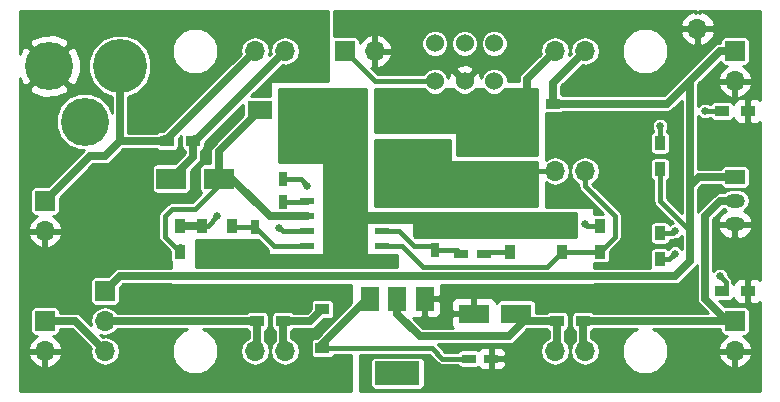
<source format=gtl>
G04 #@! TF.FileFunction,Copper,L1,Top,Signal*
%FSLAX46Y46*%
G04 Gerber Fmt 4.6, Leading zero omitted, Abs format (unit mm)*
G04 Created by KiCad (PCBNEW 4.0.6) date 08/14/17 09:10:16*
%MOMM*%
%LPD*%
G01*
G04 APERTURE LIST*
%ADD10C,0.100000*%
%ADD11C,0.635000*%
%ADD12R,1.200000X0.900000*%
%ADD13R,1.143000X0.508000*%
%ADD14R,0.750000X1.200000*%
%ADD15R,1.200000X0.750000*%
%ADD16R,2.600000X1.600000*%
%ADD17R,1.700000X1.700000*%
%ADD18O,1.700000X1.700000*%
%ADD19C,1.524000*%
%ADD20R,3.800000X2.000000*%
%ADD21R,1.500000X2.000000*%
%ADD22R,2.500000X1.800000*%
%ADD23R,0.900000X1.200000*%
%ADD24R,2.000000X1.600000*%
%ADD25R,1.700000X1.200000*%
%ADD26O,1.700000X1.200000*%
%ADD27C,4.572000*%
%ADD28C,4.064000*%
%ADD29C,0.381000*%
%ADD30C,0.635000*%
%ADD31C,0.254000*%
G04 APERTURE END LIST*
D10*
D11*
X127000000Y-124460000D03*
X157480000Y-124460000D03*
X147320000Y-124460000D03*
X162560000Y-154940000D03*
X127000000Y-154940000D03*
X137160000Y-124460000D03*
X127000000Y-147320000D03*
X121920000Y-132080000D03*
X138430000Y-132080000D03*
D12*
X173820000Y-147320000D03*
X171620000Y-147320000D03*
D11*
X135890000Y-134620000D03*
X136525000Y-144780000D03*
X142875000Y-144780000D03*
X154940000Y-142240000D03*
X149860000Y-142240000D03*
X172720000Y-144780000D03*
D10*
G36*
X148509924Y-138654289D02*
X146954289Y-140209924D01*
X145540076Y-138795711D01*
X147095711Y-137240076D01*
X148509924Y-138654289D01*
X148509924Y-138654289D01*
G37*
G36*
X152909924Y-134254289D02*
X151354289Y-135809924D01*
X149940076Y-134395711D01*
X151495711Y-132840076D01*
X152909924Y-134254289D01*
X152909924Y-134254289D01*
G37*
D11*
X121920000Y-142240000D03*
X121920000Y-137160000D03*
X137160000Y-147320000D03*
X137160000Y-154940000D03*
X116840000Y-142240000D03*
X172720000Y-134620000D03*
X162560000Y-147320000D03*
X152400000Y-147320000D03*
X165100000Y-142240000D03*
X165100000Y-134620000D03*
X141605000Y-144780000D03*
X140335000Y-144780000D03*
X139065000Y-144780000D03*
X137795000Y-144780000D03*
X139065000Y-142875000D03*
X140335000Y-142875000D03*
X140335000Y-141605000D03*
X139065000Y-141605000D03*
X140335000Y-140335000D03*
D13*
X142875000Y-139700000D03*
X142875000Y-140970000D03*
X142875000Y-142240000D03*
X142875000Y-143510000D03*
X136525000Y-143510000D03*
X136525000Y-142240000D03*
X136525000Y-140970000D03*
X136525000Y-139700000D03*
D14*
X132080000Y-141925000D03*
X132080000Y-143825000D03*
X134493000Y-137861000D03*
X134493000Y-139761000D03*
D15*
X149545000Y-144145000D03*
X151445000Y-144145000D03*
D14*
X147320000Y-143825000D03*
X147320000Y-141925000D03*
D15*
X150180000Y-153035000D03*
X152080000Y-153035000D03*
D16*
X154200000Y-149225000D03*
X150600000Y-149225000D03*
D17*
X114300000Y-139700000D03*
D18*
X114300000Y-142240000D03*
D17*
X139700000Y-127000000D03*
D18*
X142240000Y-127000000D03*
D17*
X119380000Y-147320000D03*
D18*
X119380000Y-149860000D03*
X119380000Y-152400000D03*
D17*
X114300000Y-149860000D03*
D18*
X114300000Y-152400000D03*
D17*
X172720000Y-127000000D03*
D18*
X172720000Y-129540000D03*
D17*
X172720000Y-149860000D03*
D18*
X172720000Y-152400000D03*
D19*
X147320000Y-129540000D03*
X149820000Y-129540000D03*
X152320000Y-129540000D03*
X152320000Y-126340000D03*
X149820000Y-126340000D03*
X147320000Y-126340000D03*
D18*
X132080000Y-127000000D03*
X134620000Y-127000000D03*
X157480000Y-127000000D03*
X160020000Y-127000000D03*
X132080000Y-152400000D03*
X134620000Y-152400000D03*
X157480000Y-152400000D03*
X160020000Y-152400000D03*
X157480000Y-137160000D03*
D20*
X144145000Y-154280000D03*
D21*
X144145000Y-147980000D03*
X141845000Y-147980000D03*
X146445000Y-147980000D03*
D11*
X139065000Y-140335000D03*
X160020000Y-134620000D03*
D18*
X160020000Y-137160000D03*
X169545000Y-125095000D03*
D22*
X144240000Y-136525000D03*
X140240000Y-136525000D03*
X129000000Y-137795000D03*
X125000000Y-137795000D03*
D12*
X137795000Y-152145000D03*
X137795000Y-148845000D03*
X157650000Y-149860000D03*
X159850000Y-149860000D03*
X132250000Y-149860000D03*
X134450000Y-149860000D03*
X155110000Y-131445000D03*
X157310000Y-131445000D03*
X124630000Y-134620000D03*
X126830000Y-134620000D03*
D23*
X166370000Y-144610000D03*
X166370000Y-142410000D03*
X166370000Y-134790000D03*
X166370000Y-136990000D03*
X158115000Y-141775000D03*
X158115000Y-143975000D03*
X161290000Y-143975000D03*
X161290000Y-141775000D03*
X153670000Y-141775000D03*
X153670000Y-143975000D03*
X130175000Y-143975000D03*
X130175000Y-141775000D03*
X127635000Y-143975000D03*
X127635000Y-141775000D03*
X125730000Y-141775000D03*
X125730000Y-143975000D03*
D24*
X132467600Y-132029200D03*
X136467600Y-132029200D03*
X144240000Y-132029200D03*
X140240000Y-132029200D03*
D12*
X173820000Y-132080000D03*
X171620000Y-132080000D03*
D25*
X172720000Y-137668000D03*
D26*
X172720000Y-139668000D03*
X172720000Y-141668000D03*
D27*
X120650000Y-128270000D03*
D28*
X114650000Y-128270000D03*
X117650000Y-132970000D03*
D11*
X160020000Y-141605000D03*
X155575000Y-135255000D03*
X142875000Y-138430000D03*
X136525000Y-138430000D03*
X166370000Y-133350000D03*
X170180000Y-132080000D03*
X167640000Y-144145000D03*
X171450000Y-146050000D03*
X134112000Y-141986000D03*
X128905000Y-140970000D03*
X167640000Y-142240000D03*
D29*
X129000000Y-137795000D02*
X129000000Y-138335000D01*
X129000000Y-138335000D02*
X127000000Y-140335000D01*
X124460000Y-142705000D02*
X125730000Y-143975000D01*
X124460000Y-140970000D02*
X124460000Y-142705000D01*
X125095000Y-140335000D02*
X124460000Y-140970000D01*
X127000000Y-140335000D02*
X125095000Y-140335000D01*
D30*
X129000000Y-137795000D02*
X130175000Y-137795000D01*
X130175000Y-137795000D02*
X133350000Y-140970000D01*
X133350000Y-140970000D02*
X136525000Y-140970000D01*
X129000000Y-137795000D02*
X129000000Y-135496800D01*
X129000000Y-135496800D02*
X132467600Y-132029200D01*
D29*
X125730000Y-143975000D02*
X125730000Y-143510000D01*
X131930000Y-143975000D02*
X132080000Y-143825000D01*
X155110000Y-131445000D02*
X155110000Y-134790000D01*
X160190000Y-141775000D02*
X161290000Y-141775000D01*
X160020000Y-141605000D02*
X160190000Y-141775000D01*
X155110000Y-134790000D02*
X155575000Y-135255000D01*
D30*
X155110000Y-131445000D02*
X155110000Y-129370000D01*
X155110000Y-129370000D02*
X157480000Y-127000000D01*
D29*
X152400000Y-133890000D02*
X151670000Y-133890000D01*
X136525000Y-143510000D02*
X133665000Y-143510000D01*
X133665000Y-143510000D02*
X132080000Y-141925000D01*
X132080000Y-141925000D02*
X130325000Y-141925000D01*
X130325000Y-141925000D02*
X130175000Y-141775000D01*
X157480000Y-137160000D02*
X148590000Y-137160000D01*
X148590000Y-137160000D02*
X147025000Y-138725000D01*
X147000000Y-139700000D02*
X147320000Y-139380000D01*
X134493000Y-137861000D02*
X135956000Y-137861000D01*
X135956000Y-137861000D02*
X136525000Y-138430000D01*
X134493000Y-139761000D02*
X136464000Y-139761000D01*
X136464000Y-139761000D02*
X136525000Y-139700000D01*
X142875000Y-142240000D02*
X144272000Y-142240000D01*
X145542000Y-143510000D02*
X147005000Y-143510000D01*
X144272000Y-142240000D02*
X145542000Y-143510000D01*
X147005000Y-143510000D02*
X147320000Y-143825000D01*
X147320000Y-143825000D02*
X149225000Y-143825000D01*
X149225000Y-143825000D02*
X149545000Y-144145000D01*
X153670000Y-143975000D02*
X151615000Y-143975000D01*
X151615000Y-143975000D02*
X151445000Y-144145000D01*
X150180000Y-153035000D02*
X147955000Y-153035000D01*
X147065000Y-152145000D02*
X137795000Y-152145000D01*
X147955000Y-153035000D02*
X147065000Y-152145000D01*
D30*
X137795000Y-152145000D02*
X137795000Y-151765000D01*
X137795000Y-151765000D02*
X141580000Y-147980000D01*
X141580000Y-147980000D02*
X141845000Y-147980000D01*
X157650000Y-149860000D02*
X154835000Y-149860000D01*
X154835000Y-149860000D02*
X153565000Y-151130000D01*
X144145000Y-149225000D02*
X144145000Y-147980000D01*
X146050000Y-151130000D02*
X144145000Y-149225000D01*
X153565000Y-151130000D02*
X146050000Y-151130000D01*
X157650000Y-149860000D02*
X157650000Y-152230000D01*
X157650000Y-152230000D02*
X157480000Y-152400000D01*
X126830000Y-134620000D02*
X127000000Y-134620000D01*
X127000000Y-134620000D02*
X134620000Y-127000000D01*
X126830000Y-134620000D02*
X126830000Y-135965000D01*
X126830000Y-135965000D02*
X125000000Y-137795000D01*
X127000000Y-134450000D02*
X126830000Y-134620000D01*
X134450000Y-149860000D02*
X136780000Y-149860000D01*
X136780000Y-149860000D02*
X137795000Y-148845000D01*
X134450000Y-149860000D02*
X134450000Y-152230000D01*
X134450000Y-152230000D02*
X134620000Y-152400000D01*
D29*
X171920000Y-132080000D02*
X170180000Y-132080000D01*
X166370000Y-133350000D02*
X166370000Y-134790000D01*
X166370000Y-134790000D02*
X166370000Y-134620000D01*
X171920000Y-147320000D02*
X171920000Y-146520000D01*
X167175000Y-144610000D02*
X166370000Y-144610000D01*
X167640000Y-144145000D02*
X167175000Y-144610000D01*
X171920000Y-146520000D02*
X171450000Y-146050000D01*
D30*
X124630000Y-134620000D02*
X124630000Y-134450000D01*
X124630000Y-134450000D02*
X132080000Y-127000000D01*
X124630000Y-134620000D02*
X120650000Y-134620000D01*
X124460000Y-134450000D02*
X124630000Y-134620000D01*
X120650000Y-128270000D02*
X120650000Y-134620000D01*
X120650000Y-134620000D02*
X119380000Y-135890000D01*
X118110000Y-135890000D02*
X119380000Y-135890000D01*
X114300000Y-139700000D02*
X118110000Y-135890000D01*
D29*
X134165998Y-141986000D02*
X134112000Y-141986000D01*
X136525000Y-142240000D02*
X134419998Y-142240000D01*
X134419998Y-142240000D02*
X134165998Y-141986000D01*
X128100000Y-141775000D02*
X127635000Y-141775000D01*
X128905000Y-140970000D02*
X128100000Y-141775000D01*
X139700000Y-127000000D02*
X142240000Y-129540000D01*
X142240000Y-129540000D02*
X147320000Y-129540000D01*
D30*
X125730000Y-141775000D02*
X127635000Y-141775000D01*
X157310000Y-131445000D02*
X157310000Y-129710000D01*
X157310000Y-129710000D02*
X160020000Y-127000000D01*
X157310000Y-131445000D02*
X167005000Y-131445000D01*
X167005000Y-131445000D02*
X168910000Y-129540000D01*
X172720000Y-137668000D02*
X169672000Y-137668000D01*
X169672000Y-137668000D02*
X168910000Y-138430000D01*
D29*
X166370000Y-136990000D02*
X166370000Y-139700000D01*
X166370000Y-139700000D02*
X168910000Y-142240000D01*
D30*
X168910000Y-133350000D02*
X168910000Y-138430000D01*
X168910000Y-138430000D02*
X168910000Y-142240000D01*
X168910000Y-142240000D02*
X168910000Y-144780000D01*
X120650000Y-146050000D02*
X119380000Y-147320000D01*
X167640000Y-146050000D02*
X120650000Y-146050000D01*
X168910000Y-144780000D02*
X167640000Y-146050000D01*
X168910000Y-133350000D02*
X168910000Y-129540000D01*
X171450000Y-127000000D02*
X172720000Y-127000000D01*
X168910000Y-129540000D02*
X171450000Y-127000000D01*
X132250000Y-149860000D02*
X130810000Y-149860000D01*
X123190000Y-149860000D02*
X119380000Y-149860000D01*
X124460000Y-149860000D02*
X123190000Y-149860000D01*
X129540000Y-149860000D02*
X124460000Y-149860000D01*
X130810000Y-149860000D02*
X129540000Y-149860000D01*
X132250000Y-149860000D02*
X132250000Y-152230000D01*
X132250000Y-152230000D02*
X132080000Y-152400000D01*
X114300000Y-149860000D02*
X116840000Y-149860000D01*
X116840000Y-149860000D02*
X119380000Y-152400000D01*
X172720000Y-149860000D02*
X172085000Y-149860000D01*
X172085000Y-149860000D02*
X170180000Y-147955000D01*
X171490000Y-139660000D02*
X172720000Y-139660000D01*
X170180000Y-140970000D02*
X171490000Y-139660000D01*
X170180000Y-147955000D02*
X170180000Y-140970000D01*
X172720000Y-139660000D02*
X172325002Y-139660000D01*
D29*
X166370000Y-142410000D02*
X167470000Y-142410000D01*
X167470000Y-142410000D02*
X167640000Y-142240000D01*
D30*
X159850000Y-149860000D02*
X161290000Y-149860000D01*
X168910000Y-149860000D02*
X172720000Y-149860000D01*
X165100000Y-149860000D02*
X168910000Y-149860000D01*
X162560000Y-149860000D02*
X165100000Y-149860000D01*
X161290000Y-149860000D02*
X162560000Y-149860000D01*
X159850000Y-149860000D02*
X159850000Y-152230000D01*
X159850000Y-152230000D02*
X160020000Y-152400000D01*
D29*
X160020000Y-137160000D02*
X160020000Y-138430000D01*
X162560000Y-142705000D02*
X161290000Y-143975000D01*
X162560000Y-140970000D02*
X162560000Y-142705000D01*
X160020000Y-138430000D02*
X162560000Y-140970000D01*
X158115000Y-143975000D02*
X161290000Y-143975000D01*
X142875000Y-143510000D02*
X144526000Y-143510000D01*
X156802000Y-145288000D02*
X158115000Y-143975000D01*
X146304000Y-145288000D02*
X156802000Y-145288000D01*
X144526000Y-143510000D02*
X146304000Y-145288000D01*
D31*
G36*
X141478000Y-140589000D02*
X141488006Y-140638410D01*
X141516447Y-140680035D01*
X141558841Y-140707315D01*
X141605000Y-140716000D01*
X159258000Y-140716000D01*
X159258000Y-142748000D01*
X145588223Y-142748000D01*
X145542000Y-142701777D01*
X145542000Y-141605000D01*
X145531994Y-141555590D01*
X145503553Y-141513965D01*
X145461159Y-141486685D01*
X145415000Y-141478000D01*
X141605000Y-141478000D01*
X141555590Y-141488006D01*
X141513965Y-141516447D01*
X141486685Y-141558841D01*
X141478000Y-141605000D01*
X141478000Y-144145000D01*
X141488006Y-144194410D01*
X141516447Y-144236035D01*
X141558841Y-144263315D01*
X141605000Y-144272000D01*
X144145000Y-144272000D01*
X144145000Y-145288000D01*
X127127000Y-145288000D01*
X127127000Y-143002000D01*
X132348776Y-143002000D01*
X133223000Y-143876223D01*
X133223000Y-144145000D01*
X133233006Y-144194410D01*
X133261447Y-144236035D01*
X133303841Y-144263315D01*
X133350000Y-144272000D01*
X137795000Y-144272000D01*
X137844410Y-144261994D01*
X137886035Y-144233553D01*
X137913315Y-144191159D01*
X137922000Y-144145000D01*
X137922000Y-136525000D01*
X137911994Y-136475590D01*
X137883553Y-136433965D01*
X137841159Y-136406685D01*
X137795000Y-136398000D01*
X134112000Y-136398000D01*
X134112000Y-130175000D01*
X141478000Y-130175000D01*
X141478000Y-140589000D01*
X141478000Y-140589000D01*
G37*
X141478000Y-140589000D02*
X141488006Y-140638410D01*
X141516447Y-140680035D01*
X141558841Y-140707315D01*
X141605000Y-140716000D01*
X159258000Y-140716000D01*
X159258000Y-142748000D01*
X145588223Y-142748000D01*
X145542000Y-142701777D01*
X145542000Y-141605000D01*
X145531994Y-141555590D01*
X145503553Y-141513965D01*
X145461159Y-141486685D01*
X145415000Y-141478000D01*
X141605000Y-141478000D01*
X141555590Y-141488006D01*
X141513965Y-141516447D01*
X141486685Y-141558841D01*
X141478000Y-141605000D01*
X141478000Y-144145000D01*
X141488006Y-144194410D01*
X141516447Y-144236035D01*
X141558841Y-144263315D01*
X141605000Y-144272000D01*
X144145000Y-144272000D01*
X144145000Y-145288000D01*
X127127000Y-145288000D01*
X127127000Y-143002000D01*
X132348776Y-143002000D01*
X133223000Y-143876223D01*
X133223000Y-144145000D01*
X133233006Y-144194410D01*
X133261447Y-144236035D01*
X133303841Y-144263315D01*
X133350000Y-144272000D01*
X137795000Y-144272000D01*
X137844410Y-144261994D01*
X137886035Y-144233553D01*
X137913315Y-144191159D01*
X137922000Y-144145000D01*
X137922000Y-136525000D01*
X137911994Y-136475590D01*
X137883553Y-136433965D01*
X137841159Y-136406685D01*
X137795000Y-136398000D01*
X134112000Y-136398000D01*
X134112000Y-130175000D01*
X141478000Y-130175000D01*
X141478000Y-140589000D01*
G36*
X146350446Y-130186612D02*
X146671697Y-130508423D01*
X147091646Y-130682801D01*
X147546359Y-130683198D01*
X147966612Y-130509554D01*
X148288423Y-130188303D01*
X148293947Y-130175000D01*
X148845648Y-130175000D01*
X148850446Y-130186612D01*
X149171697Y-130508423D01*
X149591646Y-130682801D01*
X150046359Y-130683198D01*
X150466612Y-130509554D01*
X150788423Y-130188303D01*
X150793947Y-130175000D01*
X151345648Y-130175000D01*
X151350446Y-130186612D01*
X151671697Y-130508423D01*
X152091646Y-130682801D01*
X152546359Y-130683198D01*
X152966612Y-130509554D01*
X153288423Y-130188303D01*
X153293947Y-130175000D01*
X155956000Y-130175000D01*
X155956000Y-135763000D01*
X149225000Y-135763000D01*
X149225000Y-133985000D01*
X149214994Y-133935590D01*
X149186553Y-133893965D01*
X149144159Y-133866685D01*
X149098000Y-133858000D01*
X142240000Y-133858000D01*
X142240000Y-130175000D01*
X146345648Y-130175000D01*
X146350446Y-130186612D01*
X146350446Y-130186612D01*
G37*
X146350446Y-130186612D02*
X146671697Y-130508423D01*
X147091646Y-130682801D01*
X147546359Y-130683198D01*
X147966612Y-130509554D01*
X148288423Y-130188303D01*
X148293947Y-130175000D01*
X148845648Y-130175000D01*
X148850446Y-130186612D01*
X149171697Y-130508423D01*
X149591646Y-130682801D01*
X150046359Y-130683198D01*
X150466612Y-130509554D01*
X150788423Y-130188303D01*
X150793947Y-130175000D01*
X151345648Y-130175000D01*
X151350446Y-130186612D01*
X151671697Y-130508423D01*
X152091646Y-130682801D01*
X152546359Y-130683198D01*
X152966612Y-130509554D01*
X153288423Y-130188303D01*
X153293947Y-130175000D01*
X155956000Y-130175000D01*
X155956000Y-135763000D01*
X149225000Y-135763000D01*
X149225000Y-133985000D01*
X149214994Y-133935590D01*
X149186553Y-133893965D01*
X149144159Y-133866685D01*
X149098000Y-133858000D01*
X142240000Y-133858000D01*
X142240000Y-130175000D01*
X146345648Y-130175000D01*
X146350446Y-130186612D01*
G36*
X148590000Y-136271000D02*
X148600006Y-136320410D01*
X148628447Y-136362035D01*
X148670841Y-136389315D01*
X148717000Y-136398000D01*
X155956000Y-136398000D01*
X155956000Y-140081000D01*
X142240000Y-140081000D01*
X142240000Y-134493000D01*
X148590000Y-134493000D01*
X148590000Y-136271000D01*
X148590000Y-136271000D01*
G37*
X148590000Y-136271000D02*
X148600006Y-136320410D01*
X148628447Y-136362035D01*
X148670841Y-136389315D01*
X148717000Y-136398000D01*
X155956000Y-136398000D01*
X155956000Y-140081000D01*
X142240000Y-140081000D01*
X142240000Y-134493000D01*
X148590000Y-134493000D01*
X148590000Y-136271000D01*
G36*
X138303000Y-129540000D02*
X133477000Y-129540000D01*
X133427590Y-129550006D01*
X133385965Y-129578447D01*
X133358685Y-129620841D01*
X133350000Y-129667000D01*
X133350000Y-130840736D01*
X131767092Y-130840736D01*
X134413171Y-128194657D01*
X134595883Y-128231000D01*
X134644117Y-128231000D01*
X135115200Y-128137296D01*
X135514565Y-127870448D01*
X135781413Y-127471083D01*
X135875117Y-127000000D01*
X135781413Y-126528917D01*
X135514565Y-126129552D01*
X135115200Y-125862704D01*
X134644117Y-125769000D01*
X134595883Y-125769000D01*
X134124800Y-125862704D01*
X133725435Y-126129552D01*
X133458587Y-126528917D01*
X133364883Y-127000000D01*
X133409229Y-127222943D01*
X133261358Y-127370814D01*
X133335117Y-127000000D01*
X133241413Y-126528917D01*
X132974565Y-126129552D01*
X132575200Y-125862704D01*
X132104117Y-125769000D01*
X132055883Y-125769000D01*
X131584800Y-125862704D01*
X131185435Y-126129552D01*
X130918587Y-126528917D01*
X130824883Y-127000000D01*
X130869229Y-127222943D01*
X124311043Y-133781129D01*
X124308998Y-133781536D01*
X124030000Y-133781536D01*
X123888810Y-133808103D01*
X123759135Y-133891546D01*
X123738668Y-133921500D01*
X121348500Y-133921500D01*
X121348500Y-130867084D01*
X122158761Y-130532291D01*
X122909655Y-129782707D01*
X123316536Y-128802827D01*
X123317462Y-127741828D01*
X123172024Y-127389841D01*
X125031159Y-127389841D01*
X125330214Y-128113609D01*
X125883479Y-128667840D01*
X126606723Y-128968157D01*
X127389841Y-128968841D01*
X128113609Y-128669786D01*
X128667840Y-128116521D01*
X128968157Y-127393277D01*
X128968841Y-126610159D01*
X128669786Y-125886391D01*
X128116521Y-125332160D01*
X127393277Y-125031843D01*
X126610159Y-125031159D01*
X125886391Y-125330214D01*
X125332160Y-125883479D01*
X125031843Y-126606723D01*
X125031159Y-127389841D01*
X123172024Y-127389841D01*
X122912291Y-126761239D01*
X122162707Y-126010345D01*
X121182827Y-125603464D01*
X120121828Y-125602538D01*
X119141239Y-126007709D01*
X118390345Y-126757293D01*
X117983464Y-127737173D01*
X117982538Y-128798172D01*
X118387709Y-129778761D01*
X119137293Y-130529655D01*
X119951500Y-130867743D01*
X119951500Y-132221270D01*
X119696834Y-131604931D01*
X119018639Y-130925551D01*
X118132081Y-130557420D01*
X117172130Y-130556583D01*
X116284931Y-130923166D01*
X115605551Y-131601361D01*
X115237420Y-132487919D01*
X115236583Y-133447870D01*
X115603166Y-134335069D01*
X116281361Y-135014449D01*
X117167919Y-135382580D01*
X117635689Y-135382988D01*
X117616086Y-135396086D01*
X114550636Y-138461536D01*
X113450000Y-138461536D01*
X113308810Y-138488103D01*
X113179135Y-138571546D01*
X113092141Y-138698866D01*
X113061536Y-138850000D01*
X113061536Y-140550000D01*
X113088103Y-140691190D01*
X113171546Y-140820865D01*
X113298866Y-140907859D01*
X113450000Y-140938464D01*
X113645105Y-140938464D01*
X113418642Y-141044817D01*
X113028355Y-141473076D01*
X112858524Y-141883110D01*
X112979845Y-142113000D01*
X114173000Y-142113000D01*
X114173000Y-142093000D01*
X114427000Y-142093000D01*
X114427000Y-142113000D01*
X115620155Y-142113000D01*
X115741476Y-141883110D01*
X115571645Y-141473076D01*
X115181358Y-141044817D01*
X114954895Y-140938464D01*
X115150000Y-140938464D01*
X115291190Y-140911897D01*
X115420865Y-140828454D01*
X115507859Y-140701134D01*
X115538464Y-140550000D01*
X115538464Y-139449364D01*
X118399328Y-136588500D01*
X119380000Y-136588500D01*
X119647305Y-136535330D01*
X119873914Y-136383914D01*
X120939328Y-135318500D01*
X123737155Y-135318500D01*
X123751546Y-135340865D01*
X123878866Y-135427859D01*
X124030000Y-135458464D01*
X125230000Y-135458464D01*
X125371190Y-135431897D01*
X125500865Y-135348454D01*
X125587859Y-135221134D01*
X125618464Y-135070000D01*
X125618464Y-134449364D01*
X125841536Y-134226292D01*
X125841536Y-135070000D01*
X125868103Y-135211190D01*
X125951546Y-135340865D01*
X126078866Y-135427859D01*
X126131500Y-135438518D01*
X126131500Y-135675672D01*
X125300636Y-136506536D01*
X123750000Y-136506536D01*
X123608810Y-136533103D01*
X123479135Y-136616546D01*
X123392141Y-136743866D01*
X123361536Y-136895000D01*
X123361536Y-138695000D01*
X123388103Y-138836190D01*
X123471546Y-138965865D01*
X123598866Y-139052859D01*
X123750000Y-139083464D01*
X126250000Y-139083464D01*
X126391190Y-139056897D01*
X126520865Y-138973454D01*
X126607859Y-138846134D01*
X126638464Y-138695000D01*
X126638464Y-137144364D01*
X127323914Y-136458914D01*
X127475330Y-136232305D01*
X127528500Y-135965000D01*
X127528500Y-135439930D01*
X127571190Y-135431897D01*
X127700865Y-135348454D01*
X127787859Y-135221134D01*
X127818464Y-135070000D01*
X127818464Y-134789364D01*
X131079136Y-131528692D01*
X131079136Y-132429836D01*
X128506086Y-135002886D01*
X128354670Y-135229495D01*
X128354670Y-135229496D01*
X128301500Y-135496800D01*
X128301500Y-136506536D01*
X127750000Y-136506536D01*
X127608810Y-136533103D01*
X127479135Y-136616546D01*
X127392141Y-136743866D01*
X127361536Y-136895000D01*
X127361536Y-138695000D01*
X127388103Y-138836190D01*
X127471546Y-138965865D01*
X127524636Y-139002140D01*
X126763276Y-139763500D01*
X125095005Y-139763500D01*
X125095000Y-139763499D01*
X124876297Y-139807002D01*
X124876295Y-139807003D01*
X124876296Y-139807003D01*
X124690888Y-139930888D01*
X124690886Y-139930891D01*
X124055888Y-140565888D01*
X123932003Y-140751296D01*
X123932003Y-140751297D01*
X123888499Y-140970000D01*
X123888500Y-140970005D01*
X123888500Y-142704995D01*
X123888499Y-142705000D01*
X123909684Y-142811500D01*
X123932003Y-142923704D01*
X124053051Y-143104866D01*
X124055888Y-143109112D01*
X124891536Y-143944759D01*
X124891536Y-144575000D01*
X124918103Y-144716190D01*
X124968000Y-144793733D01*
X124968000Y-145351500D01*
X120650000Y-145351500D01*
X120382695Y-145404670D01*
X120156086Y-145556086D01*
X119630636Y-146081536D01*
X118530000Y-146081536D01*
X118388810Y-146108103D01*
X118259135Y-146191546D01*
X118172141Y-146318866D01*
X118141536Y-146470000D01*
X118141536Y-148170000D01*
X118168103Y-148311190D01*
X118251546Y-148440865D01*
X118378866Y-148527859D01*
X118530000Y-148558464D01*
X120230000Y-148558464D01*
X120371190Y-148531897D01*
X120500865Y-148448454D01*
X120587859Y-148321134D01*
X120618464Y-148170000D01*
X120618464Y-147069364D01*
X120939328Y-146748500D01*
X124987633Y-146748500D01*
X125006447Y-146776035D01*
X125048841Y-146803315D01*
X125095000Y-146812000D01*
X140208000Y-146812000D01*
X140208000Y-148364172D01*
X137301086Y-151271086D01*
X137277399Y-151306536D01*
X137195000Y-151306536D01*
X137053810Y-151333103D01*
X136924135Y-151416546D01*
X136837141Y-151543866D01*
X136806536Y-151695000D01*
X136806536Y-152595000D01*
X136833103Y-152736190D01*
X136916546Y-152865865D01*
X137043866Y-152952859D01*
X137195000Y-152983464D01*
X138395000Y-152983464D01*
X138536190Y-152956897D01*
X138665865Y-152873454D01*
X138752859Y-152746134D01*
X138758860Y-152716500D01*
X140208000Y-152716500D01*
X140208000Y-155779000D01*
X112191000Y-155779000D01*
X112191000Y-152756890D01*
X112858524Y-152756890D01*
X113028355Y-153166924D01*
X113418642Y-153595183D01*
X113943108Y-153841486D01*
X114173000Y-153720819D01*
X114173000Y-152527000D01*
X114427000Y-152527000D01*
X114427000Y-153720819D01*
X114656892Y-153841486D01*
X115181358Y-153595183D01*
X115571645Y-153166924D01*
X115741476Y-152756890D01*
X115620155Y-152527000D01*
X114427000Y-152527000D01*
X114173000Y-152527000D01*
X112979845Y-152527000D01*
X112858524Y-152756890D01*
X112191000Y-152756890D01*
X112191000Y-152043110D01*
X112858524Y-152043110D01*
X112979845Y-152273000D01*
X114173000Y-152273000D01*
X114173000Y-152253000D01*
X114427000Y-152253000D01*
X114427000Y-152273000D01*
X115620155Y-152273000D01*
X115741476Y-152043110D01*
X115571645Y-151633076D01*
X115181358Y-151204817D01*
X114954895Y-151098464D01*
X115150000Y-151098464D01*
X115291190Y-151071897D01*
X115420865Y-150988454D01*
X115507859Y-150861134D01*
X115538464Y-150710000D01*
X115538464Y-150558500D01*
X116550672Y-150558500D01*
X118169229Y-152177057D01*
X118124883Y-152400000D01*
X118218587Y-152871083D01*
X118485435Y-153270448D01*
X118884800Y-153537296D01*
X119355883Y-153631000D01*
X119404117Y-153631000D01*
X119875200Y-153537296D01*
X120274565Y-153270448D01*
X120541413Y-152871083D01*
X120635117Y-152400000D01*
X120541413Y-151928917D01*
X120274565Y-151529552D01*
X119875200Y-151262704D01*
X119404117Y-151169000D01*
X119355883Y-151169000D01*
X119173171Y-151205343D01*
X118985069Y-151017241D01*
X119355883Y-151091000D01*
X119404117Y-151091000D01*
X119875200Y-150997296D01*
X120274565Y-150730448D01*
X120389457Y-150558500D01*
X126301970Y-150558500D01*
X125886391Y-150730214D01*
X125332160Y-151283479D01*
X125031843Y-152006723D01*
X125031159Y-152789841D01*
X125330214Y-153513609D01*
X125883479Y-154067840D01*
X126606723Y-154368157D01*
X127389841Y-154368841D01*
X128113609Y-154069786D01*
X128667840Y-153516521D01*
X128968157Y-152793277D01*
X128968841Y-152010159D01*
X128669786Y-151286391D01*
X128116521Y-150732160D01*
X127698301Y-150558500D01*
X131357155Y-150558500D01*
X131371546Y-150580865D01*
X131498866Y-150667859D01*
X131551500Y-150678518D01*
X131551500Y-151284954D01*
X131185435Y-151529552D01*
X130918587Y-151928917D01*
X130824883Y-152400000D01*
X130918587Y-152871083D01*
X131185435Y-153270448D01*
X131584800Y-153537296D01*
X132055883Y-153631000D01*
X132104117Y-153631000D01*
X132575200Y-153537296D01*
X132974565Y-153270448D01*
X133241413Y-152871083D01*
X133335117Y-152400000D01*
X133364883Y-152400000D01*
X133458587Y-152871083D01*
X133725435Y-153270448D01*
X134124800Y-153537296D01*
X134595883Y-153631000D01*
X134644117Y-153631000D01*
X135115200Y-153537296D01*
X135514565Y-153270448D01*
X135781413Y-152871083D01*
X135875117Y-152400000D01*
X135781413Y-151928917D01*
X135514565Y-151529552D01*
X135148500Y-151284954D01*
X135148500Y-150679930D01*
X135191190Y-150671897D01*
X135320865Y-150588454D01*
X135341332Y-150558500D01*
X136780000Y-150558500D01*
X137047305Y-150505330D01*
X137273914Y-150353914D01*
X137944364Y-149683464D01*
X138395000Y-149683464D01*
X138536190Y-149656897D01*
X138665865Y-149573454D01*
X138752859Y-149446134D01*
X138783464Y-149295000D01*
X138783464Y-148395000D01*
X138756897Y-148253810D01*
X138673454Y-148124135D01*
X138546134Y-148037141D01*
X138395000Y-148006536D01*
X137195000Y-148006536D01*
X137053810Y-148033103D01*
X136924135Y-148116546D01*
X136837141Y-148243866D01*
X136806536Y-148395000D01*
X136806536Y-148845636D01*
X136490672Y-149161500D01*
X135342845Y-149161500D01*
X135328454Y-149139135D01*
X135201134Y-149052141D01*
X135050000Y-149021536D01*
X133850000Y-149021536D01*
X133708810Y-149048103D01*
X133579135Y-149131546D01*
X133492141Y-149258866D01*
X133461536Y-149410000D01*
X133461536Y-150310000D01*
X133488103Y-150451190D01*
X133571546Y-150580865D01*
X133698866Y-150667859D01*
X133751500Y-150678518D01*
X133751500Y-151512136D01*
X133725435Y-151529552D01*
X133458587Y-151928917D01*
X133364883Y-152400000D01*
X133335117Y-152400000D01*
X133241413Y-151928917D01*
X132974565Y-151529552D01*
X132948500Y-151512136D01*
X132948500Y-150679930D01*
X132991190Y-150671897D01*
X133120865Y-150588454D01*
X133207859Y-150461134D01*
X133238464Y-150310000D01*
X133238464Y-149410000D01*
X133211897Y-149268810D01*
X133128454Y-149139135D01*
X133001134Y-149052141D01*
X132850000Y-149021536D01*
X131650000Y-149021536D01*
X131508810Y-149048103D01*
X131379135Y-149131546D01*
X131358668Y-149161500D01*
X120389457Y-149161500D01*
X120274565Y-148989552D01*
X119875200Y-148722704D01*
X119404117Y-148629000D01*
X119355883Y-148629000D01*
X118884800Y-148722704D01*
X118485435Y-148989552D01*
X118218587Y-149388917D01*
X118124883Y-149860000D01*
X118198642Y-150230814D01*
X117333914Y-149366086D01*
X117107305Y-149214670D01*
X116840000Y-149161500D01*
X115538464Y-149161500D01*
X115538464Y-149010000D01*
X115511897Y-148868810D01*
X115428454Y-148739135D01*
X115301134Y-148652141D01*
X115150000Y-148621536D01*
X113450000Y-148621536D01*
X113308810Y-148648103D01*
X113179135Y-148731546D01*
X113092141Y-148858866D01*
X113061536Y-149010000D01*
X113061536Y-150710000D01*
X113088103Y-150851190D01*
X113171546Y-150980865D01*
X113298866Y-151067859D01*
X113450000Y-151098464D01*
X113645105Y-151098464D01*
X113418642Y-151204817D01*
X113028355Y-151633076D01*
X112858524Y-152043110D01*
X112191000Y-152043110D01*
X112191000Y-142596890D01*
X112858524Y-142596890D01*
X113028355Y-143006924D01*
X113418642Y-143435183D01*
X113943108Y-143681486D01*
X114173000Y-143560819D01*
X114173000Y-142367000D01*
X114427000Y-142367000D01*
X114427000Y-143560819D01*
X114656892Y-143681486D01*
X115181358Y-143435183D01*
X115571645Y-143006924D01*
X115741476Y-142596890D01*
X115620155Y-142367000D01*
X114427000Y-142367000D01*
X114173000Y-142367000D01*
X112979845Y-142367000D01*
X112858524Y-142596890D01*
X112191000Y-142596890D01*
X112191000Y-130168121D01*
X112931484Y-130168121D01*
X113156154Y-130542168D01*
X114139388Y-130940880D01*
X115200357Y-130932975D01*
X116143846Y-130542168D01*
X116368516Y-130168121D01*
X114650000Y-128449605D01*
X112931484Y-130168121D01*
X112191000Y-130168121D01*
X112191000Y-129312795D01*
X112377832Y-129763846D01*
X112751879Y-129988516D01*
X114470395Y-128270000D01*
X114829605Y-128270000D01*
X116548121Y-129988516D01*
X116922168Y-129763846D01*
X117320880Y-128780612D01*
X117312975Y-127719643D01*
X116922168Y-126776154D01*
X116548121Y-126551484D01*
X114829605Y-128270000D01*
X114470395Y-128270000D01*
X112751879Y-126551484D01*
X112377832Y-126776154D01*
X112191000Y-127236886D01*
X112191000Y-126371879D01*
X112931484Y-126371879D01*
X114650000Y-128090395D01*
X116368516Y-126371879D01*
X116143846Y-125997832D01*
X115160612Y-125599120D01*
X114099643Y-125607025D01*
X113156154Y-125997832D01*
X112931484Y-126371879D01*
X112191000Y-126371879D01*
X112191000Y-123621000D01*
X138303000Y-123621000D01*
X138303000Y-129540000D01*
X138303000Y-129540000D01*
G37*
X138303000Y-129540000D02*
X133477000Y-129540000D01*
X133427590Y-129550006D01*
X133385965Y-129578447D01*
X133358685Y-129620841D01*
X133350000Y-129667000D01*
X133350000Y-130840736D01*
X131767092Y-130840736D01*
X134413171Y-128194657D01*
X134595883Y-128231000D01*
X134644117Y-128231000D01*
X135115200Y-128137296D01*
X135514565Y-127870448D01*
X135781413Y-127471083D01*
X135875117Y-127000000D01*
X135781413Y-126528917D01*
X135514565Y-126129552D01*
X135115200Y-125862704D01*
X134644117Y-125769000D01*
X134595883Y-125769000D01*
X134124800Y-125862704D01*
X133725435Y-126129552D01*
X133458587Y-126528917D01*
X133364883Y-127000000D01*
X133409229Y-127222943D01*
X133261358Y-127370814D01*
X133335117Y-127000000D01*
X133241413Y-126528917D01*
X132974565Y-126129552D01*
X132575200Y-125862704D01*
X132104117Y-125769000D01*
X132055883Y-125769000D01*
X131584800Y-125862704D01*
X131185435Y-126129552D01*
X130918587Y-126528917D01*
X130824883Y-127000000D01*
X130869229Y-127222943D01*
X124311043Y-133781129D01*
X124308998Y-133781536D01*
X124030000Y-133781536D01*
X123888810Y-133808103D01*
X123759135Y-133891546D01*
X123738668Y-133921500D01*
X121348500Y-133921500D01*
X121348500Y-130867084D01*
X122158761Y-130532291D01*
X122909655Y-129782707D01*
X123316536Y-128802827D01*
X123317462Y-127741828D01*
X123172024Y-127389841D01*
X125031159Y-127389841D01*
X125330214Y-128113609D01*
X125883479Y-128667840D01*
X126606723Y-128968157D01*
X127389841Y-128968841D01*
X128113609Y-128669786D01*
X128667840Y-128116521D01*
X128968157Y-127393277D01*
X128968841Y-126610159D01*
X128669786Y-125886391D01*
X128116521Y-125332160D01*
X127393277Y-125031843D01*
X126610159Y-125031159D01*
X125886391Y-125330214D01*
X125332160Y-125883479D01*
X125031843Y-126606723D01*
X125031159Y-127389841D01*
X123172024Y-127389841D01*
X122912291Y-126761239D01*
X122162707Y-126010345D01*
X121182827Y-125603464D01*
X120121828Y-125602538D01*
X119141239Y-126007709D01*
X118390345Y-126757293D01*
X117983464Y-127737173D01*
X117982538Y-128798172D01*
X118387709Y-129778761D01*
X119137293Y-130529655D01*
X119951500Y-130867743D01*
X119951500Y-132221270D01*
X119696834Y-131604931D01*
X119018639Y-130925551D01*
X118132081Y-130557420D01*
X117172130Y-130556583D01*
X116284931Y-130923166D01*
X115605551Y-131601361D01*
X115237420Y-132487919D01*
X115236583Y-133447870D01*
X115603166Y-134335069D01*
X116281361Y-135014449D01*
X117167919Y-135382580D01*
X117635689Y-135382988D01*
X117616086Y-135396086D01*
X114550636Y-138461536D01*
X113450000Y-138461536D01*
X113308810Y-138488103D01*
X113179135Y-138571546D01*
X113092141Y-138698866D01*
X113061536Y-138850000D01*
X113061536Y-140550000D01*
X113088103Y-140691190D01*
X113171546Y-140820865D01*
X113298866Y-140907859D01*
X113450000Y-140938464D01*
X113645105Y-140938464D01*
X113418642Y-141044817D01*
X113028355Y-141473076D01*
X112858524Y-141883110D01*
X112979845Y-142113000D01*
X114173000Y-142113000D01*
X114173000Y-142093000D01*
X114427000Y-142093000D01*
X114427000Y-142113000D01*
X115620155Y-142113000D01*
X115741476Y-141883110D01*
X115571645Y-141473076D01*
X115181358Y-141044817D01*
X114954895Y-140938464D01*
X115150000Y-140938464D01*
X115291190Y-140911897D01*
X115420865Y-140828454D01*
X115507859Y-140701134D01*
X115538464Y-140550000D01*
X115538464Y-139449364D01*
X118399328Y-136588500D01*
X119380000Y-136588500D01*
X119647305Y-136535330D01*
X119873914Y-136383914D01*
X120939328Y-135318500D01*
X123737155Y-135318500D01*
X123751546Y-135340865D01*
X123878866Y-135427859D01*
X124030000Y-135458464D01*
X125230000Y-135458464D01*
X125371190Y-135431897D01*
X125500865Y-135348454D01*
X125587859Y-135221134D01*
X125618464Y-135070000D01*
X125618464Y-134449364D01*
X125841536Y-134226292D01*
X125841536Y-135070000D01*
X125868103Y-135211190D01*
X125951546Y-135340865D01*
X126078866Y-135427859D01*
X126131500Y-135438518D01*
X126131500Y-135675672D01*
X125300636Y-136506536D01*
X123750000Y-136506536D01*
X123608810Y-136533103D01*
X123479135Y-136616546D01*
X123392141Y-136743866D01*
X123361536Y-136895000D01*
X123361536Y-138695000D01*
X123388103Y-138836190D01*
X123471546Y-138965865D01*
X123598866Y-139052859D01*
X123750000Y-139083464D01*
X126250000Y-139083464D01*
X126391190Y-139056897D01*
X126520865Y-138973454D01*
X126607859Y-138846134D01*
X126638464Y-138695000D01*
X126638464Y-137144364D01*
X127323914Y-136458914D01*
X127475330Y-136232305D01*
X127528500Y-135965000D01*
X127528500Y-135439930D01*
X127571190Y-135431897D01*
X127700865Y-135348454D01*
X127787859Y-135221134D01*
X127818464Y-135070000D01*
X127818464Y-134789364D01*
X131079136Y-131528692D01*
X131079136Y-132429836D01*
X128506086Y-135002886D01*
X128354670Y-135229495D01*
X128354670Y-135229496D01*
X128301500Y-135496800D01*
X128301500Y-136506536D01*
X127750000Y-136506536D01*
X127608810Y-136533103D01*
X127479135Y-136616546D01*
X127392141Y-136743866D01*
X127361536Y-136895000D01*
X127361536Y-138695000D01*
X127388103Y-138836190D01*
X127471546Y-138965865D01*
X127524636Y-139002140D01*
X126763276Y-139763500D01*
X125095005Y-139763500D01*
X125095000Y-139763499D01*
X124876297Y-139807002D01*
X124876295Y-139807003D01*
X124876296Y-139807003D01*
X124690888Y-139930888D01*
X124690886Y-139930891D01*
X124055888Y-140565888D01*
X123932003Y-140751296D01*
X123932003Y-140751297D01*
X123888499Y-140970000D01*
X123888500Y-140970005D01*
X123888500Y-142704995D01*
X123888499Y-142705000D01*
X123909684Y-142811500D01*
X123932003Y-142923704D01*
X124053051Y-143104866D01*
X124055888Y-143109112D01*
X124891536Y-143944759D01*
X124891536Y-144575000D01*
X124918103Y-144716190D01*
X124968000Y-144793733D01*
X124968000Y-145351500D01*
X120650000Y-145351500D01*
X120382695Y-145404670D01*
X120156086Y-145556086D01*
X119630636Y-146081536D01*
X118530000Y-146081536D01*
X118388810Y-146108103D01*
X118259135Y-146191546D01*
X118172141Y-146318866D01*
X118141536Y-146470000D01*
X118141536Y-148170000D01*
X118168103Y-148311190D01*
X118251546Y-148440865D01*
X118378866Y-148527859D01*
X118530000Y-148558464D01*
X120230000Y-148558464D01*
X120371190Y-148531897D01*
X120500865Y-148448454D01*
X120587859Y-148321134D01*
X120618464Y-148170000D01*
X120618464Y-147069364D01*
X120939328Y-146748500D01*
X124987633Y-146748500D01*
X125006447Y-146776035D01*
X125048841Y-146803315D01*
X125095000Y-146812000D01*
X140208000Y-146812000D01*
X140208000Y-148364172D01*
X137301086Y-151271086D01*
X137277399Y-151306536D01*
X137195000Y-151306536D01*
X137053810Y-151333103D01*
X136924135Y-151416546D01*
X136837141Y-151543866D01*
X136806536Y-151695000D01*
X136806536Y-152595000D01*
X136833103Y-152736190D01*
X136916546Y-152865865D01*
X137043866Y-152952859D01*
X137195000Y-152983464D01*
X138395000Y-152983464D01*
X138536190Y-152956897D01*
X138665865Y-152873454D01*
X138752859Y-152746134D01*
X138758860Y-152716500D01*
X140208000Y-152716500D01*
X140208000Y-155779000D01*
X112191000Y-155779000D01*
X112191000Y-152756890D01*
X112858524Y-152756890D01*
X113028355Y-153166924D01*
X113418642Y-153595183D01*
X113943108Y-153841486D01*
X114173000Y-153720819D01*
X114173000Y-152527000D01*
X114427000Y-152527000D01*
X114427000Y-153720819D01*
X114656892Y-153841486D01*
X115181358Y-153595183D01*
X115571645Y-153166924D01*
X115741476Y-152756890D01*
X115620155Y-152527000D01*
X114427000Y-152527000D01*
X114173000Y-152527000D01*
X112979845Y-152527000D01*
X112858524Y-152756890D01*
X112191000Y-152756890D01*
X112191000Y-152043110D01*
X112858524Y-152043110D01*
X112979845Y-152273000D01*
X114173000Y-152273000D01*
X114173000Y-152253000D01*
X114427000Y-152253000D01*
X114427000Y-152273000D01*
X115620155Y-152273000D01*
X115741476Y-152043110D01*
X115571645Y-151633076D01*
X115181358Y-151204817D01*
X114954895Y-151098464D01*
X115150000Y-151098464D01*
X115291190Y-151071897D01*
X115420865Y-150988454D01*
X115507859Y-150861134D01*
X115538464Y-150710000D01*
X115538464Y-150558500D01*
X116550672Y-150558500D01*
X118169229Y-152177057D01*
X118124883Y-152400000D01*
X118218587Y-152871083D01*
X118485435Y-153270448D01*
X118884800Y-153537296D01*
X119355883Y-153631000D01*
X119404117Y-153631000D01*
X119875200Y-153537296D01*
X120274565Y-153270448D01*
X120541413Y-152871083D01*
X120635117Y-152400000D01*
X120541413Y-151928917D01*
X120274565Y-151529552D01*
X119875200Y-151262704D01*
X119404117Y-151169000D01*
X119355883Y-151169000D01*
X119173171Y-151205343D01*
X118985069Y-151017241D01*
X119355883Y-151091000D01*
X119404117Y-151091000D01*
X119875200Y-150997296D01*
X120274565Y-150730448D01*
X120389457Y-150558500D01*
X126301970Y-150558500D01*
X125886391Y-150730214D01*
X125332160Y-151283479D01*
X125031843Y-152006723D01*
X125031159Y-152789841D01*
X125330214Y-153513609D01*
X125883479Y-154067840D01*
X126606723Y-154368157D01*
X127389841Y-154368841D01*
X128113609Y-154069786D01*
X128667840Y-153516521D01*
X128968157Y-152793277D01*
X128968841Y-152010159D01*
X128669786Y-151286391D01*
X128116521Y-150732160D01*
X127698301Y-150558500D01*
X131357155Y-150558500D01*
X131371546Y-150580865D01*
X131498866Y-150667859D01*
X131551500Y-150678518D01*
X131551500Y-151284954D01*
X131185435Y-151529552D01*
X130918587Y-151928917D01*
X130824883Y-152400000D01*
X130918587Y-152871083D01*
X131185435Y-153270448D01*
X131584800Y-153537296D01*
X132055883Y-153631000D01*
X132104117Y-153631000D01*
X132575200Y-153537296D01*
X132974565Y-153270448D01*
X133241413Y-152871083D01*
X133335117Y-152400000D01*
X133364883Y-152400000D01*
X133458587Y-152871083D01*
X133725435Y-153270448D01*
X134124800Y-153537296D01*
X134595883Y-153631000D01*
X134644117Y-153631000D01*
X135115200Y-153537296D01*
X135514565Y-153270448D01*
X135781413Y-152871083D01*
X135875117Y-152400000D01*
X135781413Y-151928917D01*
X135514565Y-151529552D01*
X135148500Y-151284954D01*
X135148500Y-150679930D01*
X135191190Y-150671897D01*
X135320865Y-150588454D01*
X135341332Y-150558500D01*
X136780000Y-150558500D01*
X137047305Y-150505330D01*
X137273914Y-150353914D01*
X137944364Y-149683464D01*
X138395000Y-149683464D01*
X138536190Y-149656897D01*
X138665865Y-149573454D01*
X138752859Y-149446134D01*
X138783464Y-149295000D01*
X138783464Y-148395000D01*
X138756897Y-148253810D01*
X138673454Y-148124135D01*
X138546134Y-148037141D01*
X138395000Y-148006536D01*
X137195000Y-148006536D01*
X137053810Y-148033103D01*
X136924135Y-148116546D01*
X136837141Y-148243866D01*
X136806536Y-148395000D01*
X136806536Y-148845636D01*
X136490672Y-149161500D01*
X135342845Y-149161500D01*
X135328454Y-149139135D01*
X135201134Y-149052141D01*
X135050000Y-149021536D01*
X133850000Y-149021536D01*
X133708810Y-149048103D01*
X133579135Y-149131546D01*
X133492141Y-149258866D01*
X133461536Y-149410000D01*
X133461536Y-150310000D01*
X133488103Y-150451190D01*
X133571546Y-150580865D01*
X133698866Y-150667859D01*
X133751500Y-150678518D01*
X133751500Y-151512136D01*
X133725435Y-151529552D01*
X133458587Y-151928917D01*
X133364883Y-152400000D01*
X133335117Y-152400000D01*
X133241413Y-151928917D01*
X132974565Y-151529552D01*
X132948500Y-151512136D01*
X132948500Y-150679930D01*
X132991190Y-150671897D01*
X133120865Y-150588454D01*
X133207859Y-150461134D01*
X133238464Y-150310000D01*
X133238464Y-149410000D01*
X133211897Y-149268810D01*
X133128454Y-149139135D01*
X133001134Y-149052141D01*
X132850000Y-149021536D01*
X131650000Y-149021536D01*
X131508810Y-149048103D01*
X131379135Y-149131546D01*
X131358668Y-149161500D01*
X120389457Y-149161500D01*
X120274565Y-148989552D01*
X119875200Y-148722704D01*
X119404117Y-148629000D01*
X119355883Y-148629000D01*
X118884800Y-148722704D01*
X118485435Y-148989552D01*
X118218587Y-149388917D01*
X118124883Y-149860000D01*
X118198642Y-150230814D01*
X117333914Y-149366086D01*
X117107305Y-149214670D01*
X116840000Y-149161500D01*
X115538464Y-149161500D01*
X115538464Y-149010000D01*
X115511897Y-148868810D01*
X115428454Y-148739135D01*
X115301134Y-148652141D01*
X115150000Y-148621536D01*
X113450000Y-148621536D01*
X113308810Y-148648103D01*
X113179135Y-148731546D01*
X113092141Y-148858866D01*
X113061536Y-149010000D01*
X113061536Y-150710000D01*
X113088103Y-150851190D01*
X113171546Y-150980865D01*
X113298866Y-151067859D01*
X113450000Y-151098464D01*
X113645105Y-151098464D01*
X113418642Y-151204817D01*
X113028355Y-151633076D01*
X112858524Y-152043110D01*
X112191000Y-152043110D01*
X112191000Y-142596890D01*
X112858524Y-142596890D01*
X113028355Y-143006924D01*
X113418642Y-143435183D01*
X113943108Y-143681486D01*
X114173000Y-143560819D01*
X114173000Y-142367000D01*
X114427000Y-142367000D01*
X114427000Y-143560819D01*
X114656892Y-143681486D01*
X115181358Y-143435183D01*
X115571645Y-143006924D01*
X115741476Y-142596890D01*
X115620155Y-142367000D01*
X114427000Y-142367000D01*
X114173000Y-142367000D01*
X112979845Y-142367000D01*
X112858524Y-142596890D01*
X112191000Y-142596890D01*
X112191000Y-130168121D01*
X112931484Y-130168121D01*
X113156154Y-130542168D01*
X114139388Y-130940880D01*
X115200357Y-130932975D01*
X116143846Y-130542168D01*
X116368516Y-130168121D01*
X114650000Y-128449605D01*
X112931484Y-130168121D01*
X112191000Y-130168121D01*
X112191000Y-129312795D01*
X112377832Y-129763846D01*
X112751879Y-129988516D01*
X114470395Y-128270000D01*
X114829605Y-128270000D01*
X116548121Y-129988516D01*
X116922168Y-129763846D01*
X117320880Y-128780612D01*
X117312975Y-127719643D01*
X116922168Y-126776154D01*
X116548121Y-126551484D01*
X114829605Y-128270000D01*
X114470395Y-128270000D01*
X112751879Y-126551484D01*
X112377832Y-126776154D01*
X112191000Y-127236886D01*
X112191000Y-126371879D01*
X112931484Y-126371879D01*
X114650000Y-128090395D01*
X116368516Y-126371879D01*
X116143846Y-125997832D01*
X115160612Y-125599120D01*
X114099643Y-125607025D01*
X113156154Y-125997832D01*
X112931484Y-126371879D01*
X112191000Y-126371879D01*
X112191000Y-123621000D01*
X138303000Y-123621000D01*
X138303000Y-129540000D01*
G36*
X169417998Y-123774180D02*
X169188108Y-123653514D01*
X168663642Y-123899817D01*
X168273355Y-124328076D01*
X168103524Y-124738110D01*
X168224845Y-124968000D01*
X169418000Y-124968000D01*
X169418000Y-124948000D01*
X169672000Y-124948000D01*
X169672000Y-124968000D01*
X170865155Y-124968000D01*
X170986476Y-124738110D01*
X170816645Y-124328076D01*
X170426358Y-123899817D01*
X169901892Y-123653514D01*
X169672002Y-123774180D01*
X169672002Y-123621000D01*
X174829000Y-123621000D01*
X174829000Y-131140975D01*
X174779698Y-131091673D01*
X174546309Y-130995000D01*
X174105750Y-130995000D01*
X173947000Y-131153750D01*
X173947000Y-131953000D01*
X173967000Y-131953000D01*
X173967000Y-132207000D01*
X173947000Y-132207000D01*
X173947000Y-133006250D01*
X174105750Y-133165000D01*
X174546309Y-133165000D01*
X174779698Y-133068327D01*
X174829000Y-133019025D01*
X174829000Y-146380975D01*
X174779698Y-146331673D01*
X174546309Y-146235000D01*
X174105750Y-146235000D01*
X173947000Y-146393750D01*
X173947000Y-147193000D01*
X173967000Y-147193000D01*
X173967000Y-147447000D01*
X173947000Y-147447000D01*
X173947000Y-148246250D01*
X174105750Y-148405000D01*
X174546309Y-148405000D01*
X174779698Y-148308327D01*
X174829000Y-148259025D01*
X174829000Y-155779000D01*
X140970000Y-155779000D01*
X140970000Y-153280000D01*
X141856536Y-153280000D01*
X141856536Y-155280000D01*
X141883103Y-155421190D01*
X141966546Y-155550865D01*
X142093866Y-155637859D01*
X142245000Y-155668464D01*
X146045000Y-155668464D01*
X146186190Y-155641897D01*
X146315865Y-155558454D01*
X146402859Y-155431134D01*
X146433464Y-155280000D01*
X146433464Y-153280000D01*
X146406897Y-153138810D01*
X146323454Y-153009135D01*
X146196134Y-152922141D01*
X146045000Y-152891536D01*
X142245000Y-152891536D01*
X142103810Y-152918103D01*
X141974135Y-153001546D01*
X141887141Y-153128866D01*
X141856536Y-153280000D01*
X140970000Y-153280000D01*
X140970000Y-152716500D01*
X146828276Y-152716500D01*
X147550886Y-153439109D01*
X147550888Y-153439112D01*
X147736296Y-153562997D01*
X147772582Y-153570215D01*
X147955000Y-153606501D01*
X147955005Y-153606500D01*
X149253694Y-153606500D01*
X149301546Y-153680865D01*
X149428866Y-153767859D01*
X149580000Y-153798464D01*
X150780000Y-153798464D01*
X150921190Y-153771897D01*
X150938081Y-153761028D01*
X150941673Y-153769699D01*
X151120302Y-153948327D01*
X151353691Y-154045000D01*
X151794250Y-154045000D01*
X151953000Y-153886250D01*
X151953000Y-153162000D01*
X152207000Y-153162000D01*
X152207000Y-153886250D01*
X152365750Y-154045000D01*
X152806309Y-154045000D01*
X153039698Y-153948327D01*
X153218327Y-153769699D01*
X153315000Y-153536310D01*
X153315000Y-153320750D01*
X153156250Y-153162000D01*
X152207000Y-153162000D01*
X151953000Y-153162000D01*
X151933000Y-153162000D01*
X151933000Y-152908000D01*
X151953000Y-152908000D01*
X151953000Y-152183750D01*
X152207000Y-152183750D01*
X152207000Y-152908000D01*
X153156250Y-152908000D01*
X153315000Y-152749250D01*
X153315000Y-152533690D01*
X153218327Y-152300301D01*
X153039698Y-152121673D01*
X152806309Y-152025000D01*
X152365750Y-152025000D01*
X152207000Y-152183750D01*
X151953000Y-152183750D01*
X151794250Y-152025000D01*
X151353691Y-152025000D01*
X151120302Y-152121673D01*
X150941673Y-152300301D01*
X150938754Y-152307348D01*
X150931134Y-152302141D01*
X150780000Y-152271536D01*
X149580000Y-152271536D01*
X149438810Y-152298103D01*
X149309135Y-152381546D01*
X149253138Y-152463500D01*
X148191723Y-152463500D01*
X147556724Y-151828500D01*
X153565000Y-151828500D01*
X153832305Y-151775330D01*
X154058914Y-151623914D01*
X155124328Y-150558500D01*
X156757155Y-150558500D01*
X156771546Y-150580865D01*
X156898866Y-150667859D01*
X156951500Y-150678518D01*
X156951500Y-151284954D01*
X156585435Y-151529552D01*
X156318587Y-151928917D01*
X156224883Y-152400000D01*
X156318587Y-152871083D01*
X156585435Y-153270448D01*
X156984800Y-153537296D01*
X157455883Y-153631000D01*
X157504117Y-153631000D01*
X157975200Y-153537296D01*
X158374565Y-153270448D01*
X158641413Y-152871083D01*
X158735117Y-152400000D01*
X158641413Y-151928917D01*
X158374565Y-151529552D01*
X158348500Y-151512136D01*
X158348500Y-150679930D01*
X158391190Y-150671897D01*
X158520865Y-150588454D01*
X158607859Y-150461134D01*
X158638464Y-150310000D01*
X158638464Y-149410000D01*
X158611897Y-149268810D01*
X158528454Y-149139135D01*
X158401134Y-149052141D01*
X158250000Y-149021536D01*
X157050000Y-149021536D01*
X156908810Y-149048103D01*
X156779135Y-149131546D01*
X156758668Y-149161500D01*
X155888464Y-149161500D01*
X155888464Y-148425000D01*
X155861897Y-148283810D01*
X155778454Y-148154135D01*
X155651134Y-148067141D01*
X155500000Y-148036536D01*
X152900000Y-148036536D01*
X152758810Y-148063103D01*
X152629135Y-148146546D01*
X152542141Y-148273866D01*
X152535000Y-148309130D01*
X152535000Y-148298690D01*
X152438327Y-148065301D01*
X152259698Y-147886673D01*
X152026309Y-147790000D01*
X150885750Y-147790000D01*
X150727000Y-147948750D01*
X150727000Y-149098000D01*
X150747000Y-149098000D01*
X150747000Y-149352000D01*
X150727000Y-149352000D01*
X150727000Y-149372000D01*
X150473000Y-149372000D01*
X150473000Y-149352000D01*
X148823750Y-149352000D01*
X148665000Y-149510750D01*
X148665000Y-150151310D01*
X148761673Y-150384699D01*
X148808474Y-150431500D01*
X146339328Y-150431500D01*
X145490399Y-149582571D01*
X145568690Y-149615000D01*
X146159250Y-149615000D01*
X146318000Y-149456250D01*
X146318000Y-148107000D01*
X146572000Y-148107000D01*
X146572000Y-149456250D01*
X146730750Y-149615000D01*
X147321310Y-149615000D01*
X147554699Y-149518327D01*
X147733327Y-149339698D01*
X147830000Y-149106309D01*
X147830000Y-148298690D01*
X148665000Y-148298690D01*
X148665000Y-148939250D01*
X148823750Y-149098000D01*
X150473000Y-149098000D01*
X150473000Y-147948750D01*
X150314250Y-147790000D01*
X149173691Y-147790000D01*
X148940302Y-147886673D01*
X148761673Y-148065301D01*
X148665000Y-148298690D01*
X147830000Y-148298690D01*
X147830000Y-148265750D01*
X147671250Y-148107000D01*
X146572000Y-148107000D01*
X146318000Y-148107000D01*
X146298000Y-148107000D01*
X146298000Y-147853000D01*
X146318000Y-147853000D01*
X146318000Y-147833000D01*
X146572000Y-147833000D01*
X146572000Y-147853000D01*
X147671250Y-147853000D01*
X147830000Y-147694250D01*
X147830000Y-146853691D01*
X147812731Y-146812000D01*
X160655000Y-146812000D01*
X160704410Y-146801994D01*
X160746035Y-146773553D01*
X160762156Y-146748500D01*
X167640000Y-146748500D01*
X167907305Y-146695330D01*
X168133914Y-146543914D01*
X169403914Y-145273914D01*
X169481500Y-145157799D01*
X169481500Y-147955000D01*
X169534670Y-148222305D01*
X169686086Y-148448914D01*
X170398672Y-149161500D01*
X160742845Y-149161500D01*
X160728454Y-149139135D01*
X160601134Y-149052141D01*
X160450000Y-149021536D01*
X159250000Y-149021536D01*
X159108810Y-149048103D01*
X158979135Y-149131546D01*
X158892141Y-149258866D01*
X158861536Y-149410000D01*
X158861536Y-150310000D01*
X158888103Y-150451190D01*
X158971546Y-150580865D01*
X159098866Y-150667859D01*
X159151500Y-150678518D01*
X159151500Y-151512136D01*
X159125435Y-151529552D01*
X158858587Y-151928917D01*
X158764883Y-152400000D01*
X158858587Y-152871083D01*
X159125435Y-153270448D01*
X159524800Y-153537296D01*
X159995883Y-153631000D01*
X160044117Y-153631000D01*
X160515200Y-153537296D01*
X160914565Y-153270448D01*
X161181413Y-152871083D01*
X161275117Y-152400000D01*
X161181413Y-151928917D01*
X160914565Y-151529552D01*
X160548500Y-151284954D01*
X160548500Y-150679930D01*
X160591190Y-150671897D01*
X160720865Y-150588454D01*
X160741332Y-150558500D01*
X164401970Y-150558500D01*
X163986391Y-150730214D01*
X163432160Y-151283479D01*
X163131843Y-152006723D01*
X163131159Y-152789841D01*
X163430214Y-153513609D01*
X163983479Y-154067840D01*
X164706723Y-154368157D01*
X165489841Y-154368841D01*
X166213609Y-154069786D01*
X166767840Y-153516521D01*
X167068157Y-152793277D01*
X167068188Y-152756890D01*
X171278524Y-152756890D01*
X171448355Y-153166924D01*
X171838642Y-153595183D01*
X172363108Y-153841486D01*
X172593000Y-153720819D01*
X172593000Y-152527000D01*
X172847000Y-152527000D01*
X172847000Y-153720819D01*
X173076892Y-153841486D01*
X173601358Y-153595183D01*
X173991645Y-153166924D01*
X174161476Y-152756890D01*
X174040155Y-152527000D01*
X172847000Y-152527000D01*
X172593000Y-152527000D01*
X171399845Y-152527000D01*
X171278524Y-152756890D01*
X167068188Y-152756890D01*
X167068841Y-152010159D01*
X166769786Y-151286391D01*
X166216521Y-150732160D01*
X165798301Y-150558500D01*
X171481536Y-150558500D01*
X171481536Y-150710000D01*
X171508103Y-150851190D01*
X171591546Y-150980865D01*
X171718866Y-151067859D01*
X171870000Y-151098464D01*
X172065105Y-151098464D01*
X171838642Y-151204817D01*
X171448355Y-151633076D01*
X171278524Y-152043110D01*
X171399845Y-152273000D01*
X172593000Y-152273000D01*
X172593000Y-152253000D01*
X172847000Y-152253000D01*
X172847000Y-152273000D01*
X174040155Y-152273000D01*
X174161476Y-152043110D01*
X173991645Y-151633076D01*
X173601358Y-151204817D01*
X173374895Y-151098464D01*
X173570000Y-151098464D01*
X173711190Y-151071897D01*
X173840865Y-150988454D01*
X173927859Y-150861134D01*
X173958464Y-150710000D01*
X173958464Y-149010000D01*
X173931897Y-148868810D01*
X173848454Y-148739135D01*
X173721134Y-148652141D01*
X173570000Y-148621536D01*
X171870000Y-148621536D01*
X171840008Y-148627180D01*
X171371292Y-148158464D01*
X172220000Y-148158464D01*
X172361190Y-148131897D01*
X172490865Y-148048454D01*
X172577859Y-147921134D01*
X172585000Y-147885870D01*
X172585000Y-147896310D01*
X172681673Y-148129699D01*
X172860302Y-148308327D01*
X173093691Y-148405000D01*
X173534250Y-148405000D01*
X173693000Y-148246250D01*
X173693000Y-147447000D01*
X173673000Y-147447000D01*
X173673000Y-147193000D01*
X173693000Y-147193000D01*
X173693000Y-146393750D01*
X173534250Y-146235000D01*
X173093691Y-146235000D01*
X172860302Y-146331673D01*
X172681673Y-146510301D01*
X172585000Y-146743690D01*
X172585000Y-146745301D01*
X172581897Y-146728810D01*
X172498454Y-146599135D01*
X172491500Y-146594384D01*
X172491500Y-146520000D01*
X172447997Y-146301296D01*
X172324112Y-146115888D01*
X172324109Y-146115886D01*
X172148596Y-145940373D01*
X172148621Y-145911669D01*
X172042504Y-145654849D01*
X171846185Y-145458186D01*
X171589550Y-145351622D01*
X171311669Y-145351379D01*
X171054849Y-145457496D01*
X170878500Y-145633537D01*
X170878500Y-141985609D01*
X171276538Y-141985609D01*
X171291714Y-142077376D01*
X171538067Y-142497125D01*
X171926299Y-142790647D01*
X172397304Y-142913256D01*
X172593000Y-142750547D01*
X172593000Y-141795000D01*
X172847000Y-141795000D01*
X172847000Y-142750547D01*
X173042696Y-142913256D01*
X173513701Y-142790647D01*
X173901933Y-142497125D01*
X174148286Y-142077376D01*
X174163462Y-141985609D01*
X174038731Y-141795000D01*
X172847000Y-141795000D01*
X172593000Y-141795000D01*
X171401269Y-141795000D01*
X171276538Y-141985609D01*
X170878500Y-141985609D01*
X170878500Y-141259328D01*
X171766565Y-140371263D01*
X171998846Y-140526468D01*
X171926299Y-140545353D01*
X171538067Y-140838875D01*
X171291714Y-141258624D01*
X171276538Y-141350391D01*
X171401269Y-141541000D01*
X172593000Y-141541000D01*
X172593000Y-141521000D01*
X172847000Y-141521000D01*
X172847000Y-141541000D01*
X174038731Y-141541000D01*
X174163462Y-141350391D01*
X174148286Y-141258624D01*
X173901933Y-140838875D01*
X173513701Y-140545353D01*
X173441154Y-140526468D01*
X173687789Y-140361672D01*
X173900443Y-140043412D01*
X173975117Y-139668000D01*
X173900443Y-139292588D01*
X173687789Y-138974328D01*
X173369529Y-138761674D01*
X172994117Y-138687000D01*
X172445883Y-138687000D01*
X172070471Y-138761674D01*
X171771410Y-138961500D01*
X171490000Y-138961500D01*
X171222695Y-139014670D01*
X170996086Y-139166086D01*
X169686086Y-140476086D01*
X169608500Y-140592201D01*
X169608500Y-138719328D01*
X169961328Y-138366500D01*
X171500070Y-138366500D01*
X171508103Y-138409190D01*
X171591546Y-138538865D01*
X171718866Y-138625859D01*
X171870000Y-138656464D01*
X173570000Y-138656464D01*
X173711190Y-138629897D01*
X173840865Y-138546454D01*
X173927859Y-138419134D01*
X173958464Y-138268000D01*
X173958464Y-137068000D01*
X173931897Y-136926810D01*
X173848454Y-136797135D01*
X173721134Y-136710141D01*
X173570000Y-136679536D01*
X171870000Y-136679536D01*
X171728810Y-136706103D01*
X171599135Y-136789546D01*
X171512141Y-136916866D01*
X171501482Y-136969500D01*
X169672000Y-136969500D01*
X169608500Y-136982131D01*
X169608500Y-132496192D01*
X169783815Y-132671814D01*
X170040450Y-132778378D01*
X170318331Y-132778621D01*
X170575151Y-132672504D01*
X170596192Y-132651500D01*
X170654398Y-132651500D01*
X170658103Y-132671190D01*
X170741546Y-132800865D01*
X170868866Y-132887859D01*
X171020000Y-132918464D01*
X172220000Y-132918464D01*
X172361190Y-132891897D01*
X172490865Y-132808454D01*
X172577859Y-132681134D01*
X172585000Y-132645870D01*
X172585000Y-132656310D01*
X172681673Y-132889699D01*
X172860302Y-133068327D01*
X173093691Y-133165000D01*
X173534250Y-133165000D01*
X173693000Y-133006250D01*
X173693000Y-132207000D01*
X173673000Y-132207000D01*
X173673000Y-131953000D01*
X173693000Y-131953000D01*
X173693000Y-131153750D01*
X173534250Y-130995000D01*
X173093691Y-130995000D01*
X172860302Y-131091673D01*
X172681673Y-131270301D01*
X172585000Y-131503690D01*
X172585000Y-131505301D01*
X172581897Y-131488810D01*
X172498454Y-131359135D01*
X172371134Y-131272141D01*
X172220000Y-131241536D01*
X171020000Y-131241536D01*
X170878810Y-131268103D01*
X170749135Y-131351546D01*
X170662141Y-131478866D01*
X170656140Y-131508500D01*
X170596463Y-131508500D01*
X170576185Y-131488186D01*
X170319550Y-131381622D01*
X170041669Y-131381379D01*
X169784849Y-131487496D01*
X169608500Y-131663537D01*
X169608500Y-129896890D01*
X171278524Y-129896890D01*
X171448355Y-130306924D01*
X171838642Y-130735183D01*
X172363108Y-130981486D01*
X172593000Y-130860819D01*
X172593000Y-129667000D01*
X172847000Y-129667000D01*
X172847000Y-130860819D01*
X173076892Y-130981486D01*
X173601358Y-130735183D01*
X173991645Y-130306924D01*
X174161476Y-129896890D01*
X174040155Y-129667000D01*
X172847000Y-129667000D01*
X172593000Y-129667000D01*
X171399845Y-129667000D01*
X171278524Y-129896890D01*
X169608500Y-129896890D01*
X169608500Y-129829328D01*
X171498369Y-127939459D01*
X171508103Y-127991190D01*
X171591546Y-128120865D01*
X171718866Y-128207859D01*
X171870000Y-128238464D01*
X172065105Y-128238464D01*
X171838642Y-128344817D01*
X171448355Y-128773076D01*
X171278524Y-129183110D01*
X171399845Y-129413000D01*
X172593000Y-129413000D01*
X172593000Y-129393000D01*
X172847000Y-129393000D01*
X172847000Y-129413000D01*
X174040155Y-129413000D01*
X174161476Y-129183110D01*
X173991645Y-128773076D01*
X173601358Y-128344817D01*
X173374895Y-128238464D01*
X173570000Y-128238464D01*
X173711190Y-128211897D01*
X173840865Y-128128454D01*
X173927859Y-128001134D01*
X173958464Y-127850000D01*
X173958464Y-126150000D01*
X173931897Y-126008810D01*
X173848454Y-125879135D01*
X173721134Y-125792141D01*
X173570000Y-125761536D01*
X171870000Y-125761536D01*
X171728810Y-125788103D01*
X171599135Y-125871546D01*
X171512141Y-125998866D01*
X171481536Y-126150000D01*
X171481536Y-126301500D01*
X171450000Y-126301500D01*
X171182696Y-126354670D01*
X171182694Y-126354671D01*
X171182695Y-126354671D01*
X170956086Y-126506086D01*
X166715672Y-130746500D01*
X158202845Y-130746500D01*
X158188454Y-130724135D01*
X158061134Y-130637141D01*
X158008500Y-130626482D01*
X158008500Y-129999328D01*
X159813171Y-128194657D01*
X159995883Y-128231000D01*
X160044117Y-128231000D01*
X160515200Y-128137296D01*
X160914565Y-127870448D01*
X161181413Y-127471083D01*
X161197572Y-127389841D01*
X163131159Y-127389841D01*
X163430214Y-128113609D01*
X163983479Y-128667840D01*
X164706723Y-128968157D01*
X165489841Y-128968841D01*
X166213609Y-128669786D01*
X166767840Y-128116521D01*
X167068157Y-127393277D01*
X167068841Y-126610159D01*
X166769786Y-125886391D01*
X166336043Y-125451890D01*
X168103524Y-125451890D01*
X168273355Y-125861924D01*
X168663642Y-126290183D01*
X169188108Y-126536486D01*
X169418000Y-126415819D01*
X169418000Y-125222000D01*
X169672000Y-125222000D01*
X169672000Y-126415819D01*
X169901892Y-126536486D01*
X170426358Y-126290183D01*
X170816645Y-125861924D01*
X170986476Y-125451890D01*
X170865155Y-125222000D01*
X169672000Y-125222000D01*
X169418000Y-125222000D01*
X168224845Y-125222000D01*
X168103524Y-125451890D01*
X166336043Y-125451890D01*
X166216521Y-125332160D01*
X165493277Y-125031843D01*
X164710159Y-125031159D01*
X163986391Y-125330214D01*
X163432160Y-125883479D01*
X163131843Y-126606723D01*
X163131159Y-127389841D01*
X161197572Y-127389841D01*
X161275117Y-127000000D01*
X161181413Y-126528917D01*
X160914565Y-126129552D01*
X160515200Y-125862704D01*
X160044117Y-125769000D01*
X159995883Y-125769000D01*
X159524800Y-125862704D01*
X159125435Y-126129552D01*
X158858587Y-126528917D01*
X158764883Y-127000000D01*
X158809229Y-127222943D01*
X158661358Y-127370814D01*
X158735117Y-127000000D01*
X158641413Y-126528917D01*
X158374565Y-126129552D01*
X157975200Y-125862704D01*
X157504117Y-125769000D01*
X157455883Y-125769000D01*
X156984800Y-125862704D01*
X156585435Y-126129552D01*
X156318587Y-126528917D01*
X156224883Y-127000000D01*
X156269229Y-127222943D01*
X154616086Y-128876086D01*
X154464670Y-129102695D01*
X154464670Y-129102696D01*
X154411500Y-129370000D01*
X154411500Y-129540000D01*
X153463000Y-129540000D01*
X153463198Y-129313641D01*
X153289554Y-128893388D01*
X152968303Y-128571577D01*
X152548354Y-128397199D01*
X152093641Y-128396802D01*
X151673388Y-128570446D01*
X151351577Y-128891697D01*
X151204079Y-129246912D01*
X151201362Y-129192632D01*
X151042397Y-128808857D01*
X150800213Y-128739392D01*
X149999605Y-129540000D01*
X149640395Y-129540000D01*
X148839787Y-128739392D01*
X148597603Y-128808857D01*
X148438682Y-129254307D01*
X148289554Y-128893388D01*
X147968303Y-128571577D01*
X147939910Y-128559787D01*
X149019392Y-128559787D01*
X149820000Y-129360395D01*
X150620608Y-128559787D01*
X150551143Y-128317603D01*
X150027698Y-128130856D01*
X149472632Y-128158638D01*
X149088857Y-128317603D01*
X149019392Y-128559787D01*
X147939910Y-128559787D01*
X147548354Y-128397199D01*
X147093641Y-128396802D01*
X146673388Y-128570446D01*
X146351577Y-128891697D01*
X146319686Y-128968500D01*
X142476723Y-128968500D01*
X141926697Y-128418474D01*
X142113000Y-128320155D01*
X142113000Y-127127000D01*
X142367000Y-127127000D01*
X142367000Y-128320155D01*
X142596890Y-128441476D01*
X143006924Y-128271645D01*
X143435183Y-127881358D01*
X143681486Y-127356892D01*
X143560819Y-127127000D01*
X142367000Y-127127000D01*
X142113000Y-127127000D01*
X142093000Y-127127000D01*
X142093000Y-126873000D01*
X142113000Y-126873000D01*
X142113000Y-125679845D01*
X142367000Y-125679845D01*
X142367000Y-126873000D01*
X143560819Y-126873000D01*
X143681486Y-126643108D01*
X143645443Y-126566359D01*
X146176802Y-126566359D01*
X146350446Y-126986612D01*
X146671697Y-127308423D01*
X147091646Y-127482801D01*
X147546359Y-127483198D01*
X147966612Y-127309554D01*
X148288423Y-126988303D01*
X148462801Y-126568354D01*
X148462802Y-126566359D01*
X148676802Y-126566359D01*
X148850446Y-126986612D01*
X149171697Y-127308423D01*
X149591646Y-127482801D01*
X150046359Y-127483198D01*
X150466612Y-127309554D01*
X150788423Y-126988303D01*
X150962801Y-126568354D01*
X150962802Y-126566359D01*
X151176802Y-126566359D01*
X151350446Y-126986612D01*
X151671697Y-127308423D01*
X152091646Y-127482801D01*
X152546359Y-127483198D01*
X152966612Y-127309554D01*
X153288423Y-126988303D01*
X153462801Y-126568354D01*
X153463198Y-126113641D01*
X153289554Y-125693388D01*
X152968303Y-125371577D01*
X152548354Y-125197199D01*
X152093641Y-125196802D01*
X151673388Y-125370446D01*
X151351577Y-125691697D01*
X151177199Y-126111646D01*
X151176802Y-126566359D01*
X150962802Y-126566359D01*
X150963198Y-126113641D01*
X150789554Y-125693388D01*
X150468303Y-125371577D01*
X150048354Y-125197199D01*
X149593641Y-125196802D01*
X149173388Y-125370446D01*
X148851577Y-125691697D01*
X148677199Y-126111646D01*
X148676802Y-126566359D01*
X148462802Y-126566359D01*
X148463198Y-126113641D01*
X148289554Y-125693388D01*
X147968303Y-125371577D01*
X147548354Y-125197199D01*
X147093641Y-125196802D01*
X146673388Y-125370446D01*
X146351577Y-125691697D01*
X146177199Y-126111646D01*
X146176802Y-126566359D01*
X143645443Y-126566359D01*
X143435183Y-126118642D01*
X143006924Y-125728355D01*
X142596890Y-125558524D01*
X142367000Y-125679845D01*
X142113000Y-125679845D01*
X141883110Y-125558524D01*
X141473076Y-125728355D01*
X141044817Y-126118642D01*
X140938464Y-126345105D01*
X140938464Y-126150000D01*
X140911897Y-126008810D01*
X140828454Y-125879135D01*
X140701134Y-125792141D01*
X140550000Y-125761536D01*
X138850000Y-125761536D01*
X138811000Y-125768874D01*
X138811000Y-123621000D01*
X169417998Y-123621000D01*
X169417998Y-123774180D01*
X169417998Y-123774180D01*
G37*
X169417998Y-123774180D02*
X169188108Y-123653514D01*
X168663642Y-123899817D01*
X168273355Y-124328076D01*
X168103524Y-124738110D01*
X168224845Y-124968000D01*
X169418000Y-124968000D01*
X169418000Y-124948000D01*
X169672000Y-124948000D01*
X169672000Y-124968000D01*
X170865155Y-124968000D01*
X170986476Y-124738110D01*
X170816645Y-124328076D01*
X170426358Y-123899817D01*
X169901892Y-123653514D01*
X169672002Y-123774180D01*
X169672002Y-123621000D01*
X174829000Y-123621000D01*
X174829000Y-131140975D01*
X174779698Y-131091673D01*
X174546309Y-130995000D01*
X174105750Y-130995000D01*
X173947000Y-131153750D01*
X173947000Y-131953000D01*
X173967000Y-131953000D01*
X173967000Y-132207000D01*
X173947000Y-132207000D01*
X173947000Y-133006250D01*
X174105750Y-133165000D01*
X174546309Y-133165000D01*
X174779698Y-133068327D01*
X174829000Y-133019025D01*
X174829000Y-146380975D01*
X174779698Y-146331673D01*
X174546309Y-146235000D01*
X174105750Y-146235000D01*
X173947000Y-146393750D01*
X173947000Y-147193000D01*
X173967000Y-147193000D01*
X173967000Y-147447000D01*
X173947000Y-147447000D01*
X173947000Y-148246250D01*
X174105750Y-148405000D01*
X174546309Y-148405000D01*
X174779698Y-148308327D01*
X174829000Y-148259025D01*
X174829000Y-155779000D01*
X140970000Y-155779000D01*
X140970000Y-153280000D01*
X141856536Y-153280000D01*
X141856536Y-155280000D01*
X141883103Y-155421190D01*
X141966546Y-155550865D01*
X142093866Y-155637859D01*
X142245000Y-155668464D01*
X146045000Y-155668464D01*
X146186190Y-155641897D01*
X146315865Y-155558454D01*
X146402859Y-155431134D01*
X146433464Y-155280000D01*
X146433464Y-153280000D01*
X146406897Y-153138810D01*
X146323454Y-153009135D01*
X146196134Y-152922141D01*
X146045000Y-152891536D01*
X142245000Y-152891536D01*
X142103810Y-152918103D01*
X141974135Y-153001546D01*
X141887141Y-153128866D01*
X141856536Y-153280000D01*
X140970000Y-153280000D01*
X140970000Y-152716500D01*
X146828276Y-152716500D01*
X147550886Y-153439109D01*
X147550888Y-153439112D01*
X147736296Y-153562997D01*
X147772582Y-153570215D01*
X147955000Y-153606501D01*
X147955005Y-153606500D01*
X149253694Y-153606500D01*
X149301546Y-153680865D01*
X149428866Y-153767859D01*
X149580000Y-153798464D01*
X150780000Y-153798464D01*
X150921190Y-153771897D01*
X150938081Y-153761028D01*
X150941673Y-153769699D01*
X151120302Y-153948327D01*
X151353691Y-154045000D01*
X151794250Y-154045000D01*
X151953000Y-153886250D01*
X151953000Y-153162000D01*
X152207000Y-153162000D01*
X152207000Y-153886250D01*
X152365750Y-154045000D01*
X152806309Y-154045000D01*
X153039698Y-153948327D01*
X153218327Y-153769699D01*
X153315000Y-153536310D01*
X153315000Y-153320750D01*
X153156250Y-153162000D01*
X152207000Y-153162000D01*
X151953000Y-153162000D01*
X151933000Y-153162000D01*
X151933000Y-152908000D01*
X151953000Y-152908000D01*
X151953000Y-152183750D01*
X152207000Y-152183750D01*
X152207000Y-152908000D01*
X153156250Y-152908000D01*
X153315000Y-152749250D01*
X153315000Y-152533690D01*
X153218327Y-152300301D01*
X153039698Y-152121673D01*
X152806309Y-152025000D01*
X152365750Y-152025000D01*
X152207000Y-152183750D01*
X151953000Y-152183750D01*
X151794250Y-152025000D01*
X151353691Y-152025000D01*
X151120302Y-152121673D01*
X150941673Y-152300301D01*
X150938754Y-152307348D01*
X150931134Y-152302141D01*
X150780000Y-152271536D01*
X149580000Y-152271536D01*
X149438810Y-152298103D01*
X149309135Y-152381546D01*
X149253138Y-152463500D01*
X148191723Y-152463500D01*
X147556724Y-151828500D01*
X153565000Y-151828500D01*
X153832305Y-151775330D01*
X154058914Y-151623914D01*
X155124328Y-150558500D01*
X156757155Y-150558500D01*
X156771546Y-150580865D01*
X156898866Y-150667859D01*
X156951500Y-150678518D01*
X156951500Y-151284954D01*
X156585435Y-151529552D01*
X156318587Y-151928917D01*
X156224883Y-152400000D01*
X156318587Y-152871083D01*
X156585435Y-153270448D01*
X156984800Y-153537296D01*
X157455883Y-153631000D01*
X157504117Y-153631000D01*
X157975200Y-153537296D01*
X158374565Y-153270448D01*
X158641413Y-152871083D01*
X158735117Y-152400000D01*
X158641413Y-151928917D01*
X158374565Y-151529552D01*
X158348500Y-151512136D01*
X158348500Y-150679930D01*
X158391190Y-150671897D01*
X158520865Y-150588454D01*
X158607859Y-150461134D01*
X158638464Y-150310000D01*
X158638464Y-149410000D01*
X158611897Y-149268810D01*
X158528454Y-149139135D01*
X158401134Y-149052141D01*
X158250000Y-149021536D01*
X157050000Y-149021536D01*
X156908810Y-149048103D01*
X156779135Y-149131546D01*
X156758668Y-149161500D01*
X155888464Y-149161500D01*
X155888464Y-148425000D01*
X155861897Y-148283810D01*
X155778454Y-148154135D01*
X155651134Y-148067141D01*
X155500000Y-148036536D01*
X152900000Y-148036536D01*
X152758810Y-148063103D01*
X152629135Y-148146546D01*
X152542141Y-148273866D01*
X152535000Y-148309130D01*
X152535000Y-148298690D01*
X152438327Y-148065301D01*
X152259698Y-147886673D01*
X152026309Y-147790000D01*
X150885750Y-147790000D01*
X150727000Y-147948750D01*
X150727000Y-149098000D01*
X150747000Y-149098000D01*
X150747000Y-149352000D01*
X150727000Y-149352000D01*
X150727000Y-149372000D01*
X150473000Y-149372000D01*
X150473000Y-149352000D01*
X148823750Y-149352000D01*
X148665000Y-149510750D01*
X148665000Y-150151310D01*
X148761673Y-150384699D01*
X148808474Y-150431500D01*
X146339328Y-150431500D01*
X145490399Y-149582571D01*
X145568690Y-149615000D01*
X146159250Y-149615000D01*
X146318000Y-149456250D01*
X146318000Y-148107000D01*
X146572000Y-148107000D01*
X146572000Y-149456250D01*
X146730750Y-149615000D01*
X147321310Y-149615000D01*
X147554699Y-149518327D01*
X147733327Y-149339698D01*
X147830000Y-149106309D01*
X147830000Y-148298690D01*
X148665000Y-148298690D01*
X148665000Y-148939250D01*
X148823750Y-149098000D01*
X150473000Y-149098000D01*
X150473000Y-147948750D01*
X150314250Y-147790000D01*
X149173691Y-147790000D01*
X148940302Y-147886673D01*
X148761673Y-148065301D01*
X148665000Y-148298690D01*
X147830000Y-148298690D01*
X147830000Y-148265750D01*
X147671250Y-148107000D01*
X146572000Y-148107000D01*
X146318000Y-148107000D01*
X146298000Y-148107000D01*
X146298000Y-147853000D01*
X146318000Y-147853000D01*
X146318000Y-147833000D01*
X146572000Y-147833000D01*
X146572000Y-147853000D01*
X147671250Y-147853000D01*
X147830000Y-147694250D01*
X147830000Y-146853691D01*
X147812731Y-146812000D01*
X160655000Y-146812000D01*
X160704410Y-146801994D01*
X160746035Y-146773553D01*
X160762156Y-146748500D01*
X167640000Y-146748500D01*
X167907305Y-146695330D01*
X168133914Y-146543914D01*
X169403914Y-145273914D01*
X169481500Y-145157799D01*
X169481500Y-147955000D01*
X169534670Y-148222305D01*
X169686086Y-148448914D01*
X170398672Y-149161500D01*
X160742845Y-149161500D01*
X160728454Y-149139135D01*
X160601134Y-149052141D01*
X160450000Y-149021536D01*
X159250000Y-149021536D01*
X159108810Y-149048103D01*
X158979135Y-149131546D01*
X158892141Y-149258866D01*
X158861536Y-149410000D01*
X158861536Y-150310000D01*
X158888103Y-150451190D01*
X158971546Y-150580865D01*
X159098866Y-150667859D01*
X159151500Y-150678518D01*
X159151500Y-151512136D01*
X159125435Y-151529552D01*
X158858587Y-151928917D01*
X158764883Y-152400000D01*
X158858587Y-152871083D01*
X159125435Y-153270448D01*
X159524800Y-153537296D01*
X159995883Y-153631000D01*
X160044117Y-153631000D01*
X160515200Y-153537296D01*
X160914565Y-153270448D01*
X161181413Y-152871083D01*
X161275117Y-152400000D01*
X161181413Y-151928917D01*
X160914565Y-151529552D01*
X160548500Y-151284954D01*
X160548500Y-150679930D01*
X160591190Y-150671897D01*
X160720865Y-150588454D01*
X160741332Y-150558500D01*
X164401970Y-150558500D01*
X163986391Y-150730214D01*
X163432160Y-151283479D01*
X163131843Y-152006723D01*
X163131159Y-152789841D01*
X163430214Y-153513609D01*
X163983479Y-154067840D01*
X164706723Y-154368157D01*
X165489841Y-154368841D01*
X166213609Y-154069786D01*
X166767840Y-153516521D01*
X167068157Y-152793277D01*
X167068188Y-152756890D01*
X171278524Y-152756890D01*
X171448355Y-153166924D01*
X171838642Y-153595183D01*
X172363108Y-153841486D01*
X172593000Y-153720819D01*
X172593000Y-152527000D01*
X172847000Y-152527000D01*
X172847000Y-153720819D01*
X173076892Y-153841486D01*
X173601358Y-153595183D01*
X173991645Y-153166924D01*
X174161476Y-152756890D01*
X174040155Y-152527000D01*
X172847000Y-152527000D01*
X172593000Y-152527000D01*
X171399845Y-152527000D01*
X171278524Y-152756890D01*
X167068188Y-152756890D01*
X167068841Y-152010159D01*
X166769786Y-151286391D01*
X166216521Y-150732160D01*
X165798301Y-150558500D01*
X171481536Y-150558500D01*
X171481536Y-150710000D01*
X171508103Y-150851190D01*
X171591546Y-150980865D01*
X171718866Y-151067859D01*
X171870000Y-151098464D01*
X172065105Y-151098464D01*
X171838642Y-151204817D01*
X171448355Y-151633076D01*
X171278524Y-152043110D01*
X171399845Y-152273000D01*
X172593000Y-152273000D01*
X172593000Y-152253000D01*
X172847000Y-152253000D01*
X172847000Y-152273000D01*
X174040155Y-152273000D01*
X174161476Y-152043110D01*
X173991645Y-151633076D01*
X173601358Y-151204817D01*
X173374895Y-151098464D01*
X173570000Y-151098464D01*
X173711190Y-151071897D01*
X173840865Y-150988454D01*
X173927859Y-150861134D01*
X173958464Y-150710000D01*
X173958464Y-149010000D01*
X173931897Y-148868810D01*
X173848454Y-148739135D01*
X173721134Y-148652141D01*
X173570000Y-148621536D01*
X171870000Y-148621536D01*
X171840008Y-148627180D01*
X171371292Y-148158464D01*
X172220000Y-148158464D01*
X172361190Y-148131897D01*
X172490865Y-148048454D01*
X172577859Y-147921134D01*
X172585000Y-147885870D01*
X172585000Y-147896310D01*
X172681673Y-148129699D01*
X172860302Y-148308327D01*
X173093691Y-148405000D01*
X173534250Y-148405000D01*
X173693000Y-148246250D01*
X173693000Y-147447000D01*
X173673000Y-147447000D01*
X173673000Y-147193000D01*
X173693000Y-147193000D01*
X173693000Y-146393750D01*
X173534250Y-146235000D01*
X173093691Y-146235000D01*
X172860302Y-146331673D01*
X172681673Y-146510301D01*
X172585000Y-146743690D01*
X172585000Y-146745301D01*
X172581897Y-146728810D01*
X172498454Y-146599135D01*
X172491500Y-146594384D01*
X172491500Y-146520000D01*
X172447997Y-146301296D01*
X172324112Y-146115888D01*
X172324109Y-146115886D01*
X172148596Y-145940373D01*
X172148621Y-145911669D01*
X172042504Y-145654849D01*
X171846185Y-145458186D01*
X171589550Y-145351622D01*
X171311669Y-145351379D01*
X171054849Y-145457496D01*
X170878500Y-145633537D01*
X170878500Y-141985609D01*
X171276538Y-141985609D01*
X171291714Y-142077376D01*
X171538067Y-142497125D01*
X171926299Y-142790647D01*
X172397304Y-142913256D01*
X172593000Y-142750547D01*
X172593000Y-141795000D01*
X172847000Y-141795000D01*
X172847000Y-142750547D01*
X173042696Y-142913256D01*
X173513701Y-142790647D01*
X173901933Y-142497125D01*
X174148286Y-142077376D01*
X174163462Y-141985609D01*
X174038731Y-141795000D01*
X172847000Y-141795000D01*
X172593000Y-141795000D01*
X171401269Y-141795000D01*
X171276538Y-141985609D01*
X170878500Y-141985609D01*
X170878500Y-141259328D01*
X171766565Y-140371263D01*
X171998846Y-140526468D01*
X171926299Y-140545353D01*
X171538067Y-140838875D01*
X171291714Y-141258624D01*
X171276538Y-141350391D01*
X171401269Y-141541000D01*
X172593000Y-141541000D01*
X172593000Y-141521000D01*
X172847000Y-141521000D01*
X172847000Y-141541000D01*
X174038731Y-141541000D01*
X174163462Y-141350391D01*
X174148286Y-141258624D01*
X173901933Y-140838875D01*
X173513701Y-140545353D01*
X173441154Y-140526468D01*
X173687789Y-140361672D01*
X173900443Y-140043412D01*
X173975117Y-139668000D01*
X173900443Y-139292588D01*
X173687789Y-138974328D01*
X173369529Y-138761674D01*
X172994117Y-138687000D01*
X172445883Y-138687000D01*
X172070471Y-138761674D01*
X171771410Y-138961500D01*
X171490000Y-138961500D01*
X171222695Y-139014670D01*
X170996086Y-139166086D01*
X169686086Y-140476086D01*
X169608500Y-140592201D01*
X169608500Y-138719328D01*
X169961328Y-138366500D01*
X171500070Y-138366500D01*
X171508103Y-138409190D01*
X171591546Y-138538865D01*
X171718866Y-138625859D01*
X171870000Y-138656464D01*
X173570000Y-138656464D01*
X173711190Y-138629897D01*
X173840865Y-138546454D01*
X173927859Y-138419134D01*
X173958464Y-138268000D01*
X173958464Y-137068000D01*
X173931897Y-136926810D01*
X173848454Y-136797135D01*
X173721134Y-136710141D01*
X173570000Y-136679536D01*
X171870000Y-136679536D01*
X171728810Y-136706103D01*
X171599135Y-136789546D01*
X171512141Y-136916866D01*
X171501482Y-136969500D01*
X169672000Y-136969500D01*
X169608500Y-136982131D01*
X169608500Y-132496192D01*
X169783815Y-132671814D01*
X170040450Y-132778378D01*
X170318331Y-132778621D01*
X170575151Y-132672504D01*
X170596192Y-132651500D01*
X170654398Y-132651500D01*
X170658103Y-132671190D01*
X170741546Y-132800865D01*
X170868866Y-132887859D01*
X171020000Y-132918464D01*
X172220000Y-132918464D01*
X172361190Y-132891897D01*
X172490865Y-132808454D01*
X172577859Y-132681134D01*
X172585000Y-132645870D01*
X172585000Y-132656310D01*
X172681673Y-132889699D01*
X172860302Y-133068327D01*
X173093691Y-133165000D01*
X173534250Y-133165000D01*
X173693000Y-133006250D01*
X173693000Y-132207000D01*
X173673000Y-132207000D01*
X173673000Y-131953000D01*
X173693000Y-131953000D01*
X173693000Y-131153750D01*
X173534250Y-130995000D01*
X173093691Y-130995000D01*
X172860302Y-131091673D01*
X172681673Y-131270301D01*
X172585000Y-131503690D01*
X172585000Y-131505301D01*
X172581897Y-131488810D01*
X172498454Y-131359135D01*
X172371134Y-131272141D01*
X172220000Y-131241536D01*
X171020000Y-131241536D01*
X170878810Y-131268103D01*
X170749135Y-131351546D01*
X170662141Y-131478866D01*
X170656140Y-131508500D01*
X170596463Y-131508500D01*
X170576185Y-131488186D01*
X170319550Y-131381622D01*
X170041669Y-131381379D01*
X169784849Y-131487496D01*
X169608500Y-131663537D01*
X169608500Y-129896890D01*
X171278524Y-129896890D01*
X171448355Y-130306924D01*
X171838642Y-130735183D01*
X172363108Y-130981486D01*
X172593000Y-130860819D01*
X172593000Y-129667000D01*
X172847000Y-129667000D01*
X172847000Y-130860819D01*
X173076892Y-130981486D01*
X173601358Y-130735183D01*
X173991645Y-130306924D01*
X174161476Y-129896890D01*
X174040155Y-129667000D01*
X172847000Y-129667000D01*
X172593000Y-129667000D01*
X171399845Y-129667000D01*
X171278524Y-129896890D01*
X169608500Y-129896890D01*
X169608500Y-129829328D01*
X171498369Y-127939459D01*
X171508103Y-127991190D01*
X171591546Y-128120865D01*
X171718866Y-128207859D01*
X171870000Y-128238464D01*
X172065105Y-128238464D01*
X171838642Y-128344817D01*
X171448355Y-128773076D01*
X171278524Y-129183110D01*
X171399845Y-129413000D01*
X172593000Y-129413000D01*
X172593000Y-129393000D01*
X172847000Y-129393000D01*
X172847000Y-129413000D01*
X174040155Y-129413000D01*
X174161476Y-129183110D01*
X173991645Y-128773076D01*
X173601358Y-128344817D01*
X173374895Y-128238464D01*
X173570000Y-128238464D01*
X173711190Y-128211897D01*
X173840865Y-128128454D01*
X173927859Y-128001134D01*
X173958464Y-127850000D01*
X173958464Y-126150000D01*
X173931897Y-126008810D01*
X173848454Y-125879135D01*
X173721134Y-125792141D01*
X173570000Y-125761536D01*
X171870000Y-125761536D01*
X171728810Y-125788103D01*
X171599135Y-125871546D01*
X171512141Y-125998866D01*
X171481536Y-126150000D01*
X171481536Y-126301500D01*
X171450000Y-126301500D01*
X171182696Y-126354670D01*
X171182694Y-126354671D01*
X171182695Y-126354671D01*
X170956086Y-126506086D01*
X166715672Y-130746500D01*
X158202845Y-130746500D01*
X158188454Y-130724135D01*
X158061134Y-130637141D01*
X158008500Y-130626482D01*
X158008500Y-129999328D01*
X159813171Y-128194657D01*
X159995883Y-128231000D01*
X160044117Y-128231000D01*
X160515200Y-128137296D01*
X160914565Y-127870448D01*
X161181413Y-127471083D01*
X161197572Y-127389841D01*
X163131159Y-127389841D01*
X163430214Y-128113609D01*
X163983479Y-128667840D01*
X164706723Y-128968157D01*
X165489841Y-128968841D01*
X166213609Y-128669786D01*
X166767840Y-128116521D01*
X167068157Y-127393277D01*
X167068841Y-126610159D01*
X166769786Y-125886391D01*
X166336043Y-125451890D01*
X168103524Y-125451890D01*
X168273355Y-125861924D01*
X168663642Y-126290183D01*
X169188108Y-126536486D01*
X169418000Y-126415819D01*
X169418000Y-125222000D01*
X169672000Y-125222000D01*
X169672000Y-126415819D01*
X169901892Y-126536486D01*
X170426358Y-126290183D01*
X170816645Y-125861924D01*
X170986476Y-125451890D01*
X170865155Y-125222000D01*
X169672000Y-125222000D01*
X169418000Y-125222000D01*
X168224845Y-125222000D01*
X168103524Y-125451890D01*
X166336043Y-125451890D01*
X166216521Y-125332160D01*
X165493277Y-125031843D01*
X164710159Y-125031159D01*
X163986391Y-125330214D01*
X163432160Y-125883479D01*
X163131843Y-126606723D01*
X163131159Y-127389841D01*
X161197572Y-127389841D01*
X161275117Y-127000000D01*
X161181413Y-126528917D01*
X160914565Y-126129552D01*
X160515200Y-125862704D01*
X160044117Y-125769000D01*
X159995883Y-125769000D01*
X159524800Y-125862704D01*
X159125435Y-126129552D01*
X158858587Y-126528917D01*
X158764883Y-127000000D01*
X158809229Y-127222943D01*
X158661358Y-127370814D01*
X158735117Y-127000000D01*
X158641413Y-126528917D01*
X158374565Y-126129552D01*
X157975200Y-125862704D01*
X157504117Y-125769000D01*
X157455883Y-125769000D01*
X156984800Y-125862704D01*
X156585435Y-126129552D01*
X156318587Y-126528917D01*
X156224883Y-127000000D01*
X156269229Y-127222943D01*
X154616086Y-128876086D01*
X154464670Y-129102695D01*
X154464670Y-129102696D01*
X154411500Y-129370000D01*
X154411500Y-129540000D01*
X153463000Y-129540000D01*
X153463198Y-129313641D01*
X153289554Y-128893388D01*
X152968303Y-128571577D01*
X152548354Y-128397199D01*
X152093641Y-128396802D01*
X151673388Y-128570446D01*
X151351577Y-128891697D01*
X151204079Y-129246912D01*
X151201362Y-129192632D01*
X151042397Y-128808857D01*
X150800213Y-128739392D01*
X149999605Y-129540000D01*
X149640395Y-129540000D01*
X148839787Y-128739392D01*
X148597603Y-128808857D01*
X148438682Y-129254307D01*
X148289554Y-128893388D01*
X147968303Y-128571577D01*
X147939910Y-128559787D01*
X149019392Y-128559787D01*
X149820000Y-129360395D01*
X150620608Y-128559787D01*
X150551143Y-128317603D01*
X150027698Y-128130856D01*
X149472632Y-128158638D01*
X149088857Y-128317603D01*
X149019392Y-128559787D01*
X147939910Y-128559787D01*
X147548354Y-128397199D01*
X147093641Y-128396802D01*
X146673388Y-128570446D01*
X146351577Y-128891697D01*
X146319686Y-128968500D01*
X142476723Y-128968500D01*
X141926697Y-128418474D01*
X142113000Y-128320155D01*
X142113000Y-127127000D01*
X142367000Y-127127000D01*
X142367000Y-128320155D01*
X142596890Y-128441476D01*
X143006924Y-128271645D01*
X143435183Y-127881358D01*
X143681486Y-127356892D01*
X143560819Y-127127000D01*
X142367000Y-127127000D01*
X142113000Y-127127000D01*
X142093000Y-127127000D01*
X142093000Y-126873000D01*
X142113000Y-126873000D01*
X142113000Y-125679845D01*
X142367000Y-125679845D01*
X142367000Y-126873000D01*
X143560819Y-126873000D01*
X143681486Y-126643108D01*
X143645443Y-126566359D01*
X146176802Y-126566359D01*
X146350446Y-126986612D01*
X146671697Y-127308423D01*
X147091646Y-127482801D01*
X147546359Y-127483198D01*
X147966612Y-127309554D01*
X148288423Y-126988303D01*
X148462801Y-126568354D01*
X148462802Y-126566359D01*
X148676802Y-126566359D01*
X148850446Y-126986612D01*
X149171697Y-127308423D01*
X149591646Y-127482801D01*
X150046359Y-127483198D01*
X150466612Y-127309554D01*
X150788423Y-126988303D01*
X150962801Y-126568354D01*
X150962802Y-126566359D01*
X151176802Y-126566359D01*
X151350446Y-126986612D01*
X151671697Y-127308423D01*
X152091646Y-127482801D01*
X152546359Y-127483198D01*
X152966612Y-127309554D01*
X153288423Y-126988303D01*
X153462801Y-126568354D01*
X153463198Y-126113641D01*
X153289554Y-125693388D01*
X152968303Y-125371577D01*
X152548354Y-125197199D01*
X152093641Y-125196802D01*
X151673388Y-125370446D01*
X151351577Y-125691697D01*
X151177199Y-126111646D01*
X151176802Y-126566359D01*
X150962802Y-126566359D01*
X150963198Y-126113641D01*
X150789554Y-125693388D01*
X150468303Y-125371577D01*
X150048354Y-125197199D01*
X149593641Y-125196802D01*
X149173388Y-125370446D01*
X148851577Y-125691697D01*
X148677199Y-126111646D01*
X148676802Y-126566359D01*
X148462802Y-126566359D01*
X148463198Y-126113641D01*
X148289554Y-125693388D01*
X147968303Y-125371577D01*
X147548354Y-125197199D01*
X147093641Y-125196802D01*
X146673388Y-125370446D01*
X146351577Y-125691697D01*
X146177199Y-126111646D01*
X146176802Y-126566359D01*
X143645443Y-126566359D01*
X143435183Y-126118642D01*
X143006924Y-125728355D01*
X142596890Y-125558524D01*
X142367000Y-125679845D01*
X142113000Y-125679845D01*
X141883110Y-125558524D01*
X141473076Y-125728355D01*
X141044817Y-126118642D01*
X140938464Y-126345105D01*
X140938464Y-126150000D01*
X140911897Y-126008810D01*
X140828454Y-125879135D01*
X140701134Y-125792141D01*
X140550000Y-125761536D01*
X138850000Y-125761536D01*
X138811000Y-125768874D01*
X138811000Y-123621000D01*
X169417998Y-123621000D01*
X169417998Y-123774180D01*
G36*
X168211500Y-140733277D02*
X166941500Y-139463276D01*
X166941500Y-137955602D01*
X166961190Y-137951897D01*
X167090865Y-137868454D01*
X167177859Y-137741134D01*
X167208464Y-137590000D01*
X167208464Y-136390000D01*
X167181897Y-136248810D01*
X167098454Y-136119135D01*
X166971134Y-136032141D01*
X166820000Y-136001536D01*
X165920000Y-136001536D01*
X165778810Y-136028103D01*
X165649135Y-136111546D01*
X165562141Y-136238866D01*
X165531536Y-136390000D01*
X165531536Y-137590000D01*
X165558103Y-137731190D01*
X165641546Y-137860865D01*
X165768866Y-137947859D01*
X165798500Y-137953860D01*
X165798500Y-139699995D01*
X165798499Y-139700000D01*
X165834785Y-139882418D01*
X165842003Y-139918704D01*
X165865587Y-139954000D01*
X165965888Y-140104112D01*
X167431959Y-141570183D01*
X167244849Y-141647496D01*
X167188475Y-141703771D01*
X167181897Y-141668810D01*
X167098454Y-141539135D01*
X166971134Y-141452141D01*
X166820000Y-141421536D01*
X165920000Y-141421536D01*
X165778810Y-141448103D01*
X165649135Y-141531546D01*
X165562141Y-141658866D01*
X165531536Y-141810000D01*
X165531536Y-143010000D01*
X165558103Y-143151190D01*
X165641546Y-143280865D01*
X165768866Y-143367859D01*
X165920000Y-143398464D01*
X166820000Y-143398464D01*
X166961190Y-143371897D01*
X167090865Y-143288454D01*
X167177859Y-143161134D01*
X167208464Y-143010000D01*
X167208464Y-142981500D01*
X167469995Y-142981500D01*
X167470000Y-142981501D01*
X167652418Y-142945215D01*
X167685973Y-142938540D01*
X167778331Y-142938621D01*
X168035151Y-142832504D01*
X168211500Y-142656463D01*
X168211500Y-143728808D01*
X168036185Y-143553186D01*
X167779550Y-143446622D01*
X167501669Y-143446379D01*
X167244849Y-143552496D01*
X167074369Y-143722678D01*
X166971134Y-143652141D01*
X166820000Y-143621536D01*
X165920000Y-143621536D01*
X165778810Y-143648103D01*
X165649135Y-143731546D01*
X165562141Y-143858866D01*
X165531536Y-144010000D01*
X165531536Y-145210000D01*
X165558103Y-145351190D01*
X165558302Y-145351500D01*
X160782000Y-145351500D01*
X160782000Y-144951719D01*
X160840000Y-144963464D01*
X161740000Y-144963464D01*
X161881190Y-144936897D01*
X162010865Y-144853454D01*
X162097859Y-144726134D01*
X162128464Y-144575000D01*
X162128464Y-143944760D01*
X162964109Y-143109114D01*
X162964112Y-143109112D01*
X163087997Y-142923704D01*
X163106275Y-142831814D01*
X163131501Y-142705000D01*
X163131500Y-142704995D01*
X163131500Y-140970000D01*
X163087997Y-140751296D01*
X162964112Y-140565888D01*
X162964109Y-140565886D01*
X160623294Y-138225070D01*
X160914565Y-138030448D01*
X161181413Y-137631083D01*
X161275117Y-137160000D01*
X161181413Y-136688917D01*
X160914565Y-136289552D01*
X160515200Y-136022704D01*
X160044117Y-135929000D01*
X159995883Y-135929000D01*
X159524800Y-136022704D01*
X159125435Y-136289552D01*
X158858587Y-136688917D01*
X158764883Y-137160000D01*
X158858587Y-137631083D01*
X159125435Y-138030448D01*
X159448500Y-138246314D01*
X159448500Y-138429995D01*
X159448499Y-138430000D01*
X159471664Y-138546454D01*
X159492003Y-138648704D01*
X159610591Y-138826185D01*
X159615888Y-138834112D01*
X161568313Y-140786536D01*
X160840000Y-140786536D01*
X160782000Y-140797450D01*
X160782000Y-140335000D01*
X160771994Y-140285590D01*
X160743553Y-140243965D01*
X160701159Y-140216685D01*
X160655000Y-140208000D01*
X156718000Y-140208000D01*
X156718000Y-138119025D01*
X156984800Y-138297296D01*
X157455883Y-138391000D01*
X157504117Y-138391000D01*
X157975200Y-138297296D01*
X158374565Y-138030448D01*
X158641413Y-137631083D01*
X158735117Y-137160000D01*
X158641413Y-136688917D01*
X158374565Y-136289552D01*
X157975200Y-136022704D01*
X157504117Y-135929000D01*
X157455883Y-135929000D01*
X156984800Y-136022704D01*
X156718000Y-136200975D01*
X156718000Y-134190000D01*
X165531536Y-134190000D01*
X165531536Y-135390000D01*
X165558103Y-135531190D01*
X165641546Y-135660865D01*
X165768866Y-135747859D01*
X165920000Y-135778464D01*
X166820000Y-135778464D01*
X166961190Y-135751897D01*
X167090865Y-135668454D01*
X167177859Y-135541134D01*
X167208464Y-135390000D01*
X167208464Y-134190000D01*
X167181897Y-134048810D01*
X167098454Y-133919135D01*
X166971134Y-133832141D01*
X166941500Y-133826140D01*
X166941500Y-133766463D01*
X166961814Y-133746185D01*
X167068378Y-133489550D01*
X167068621Y-133211669D01*
X166962504Y-132954849D01*
X166766185Y-132758186D01*
X166509550Y-132651622D01*
X166231669Y-132651379D01*
X165974849Y-132757496D01*
X165778186Y-132953815D01*
X165671622Y-133210450D01*
X165671379Y-133488331D01*
X165777496Y-133745151D01*
X165798500Y-133766192D01*
X165798500Y-133824398D01*
X165778810Y-133828103D01*
X165649135Y-133911546D01*
X165562141Y-134038866D01*
X165531536Y-134190000D01*
X156718000Y-134190000D01*
X156718000Y-132283464D01*
X157910000Y-132283464D01*
X158051190Y-132256897D01*
X158180865Y-132173454D01*
X158201332Y-132143500D01*
X167005000Y-132143500D01*
X167272305Y-132090330D01*
X167498914Y-131938914D01*
X168211500Y-131226328D01*
X168211500Y-140733277D01*
X168211500Y-140733277D01*
G37*
X168211500Y-140733277D02*
X166941500Y-139463276D01*
X166941500Y-137955602D01*
X166961190Y-137951897D01*
X167090865Y-137868454D01*
X167177859Y-137741134D01*
X167208464Y-137590000D01*
X167208464Y-136390000D01*
X167181897Y-136248810D01*
X167098454Y-136119135D01*
X166971134Y-136032141D01*
X166820000Y-136001536D01*
X165920000Y-136001536D01*
X165778810Y-136028103D01*
X165649135Y-136111546D01*
X165562141Y-136238866D01*
X165531536Y-136390000D01*
X165531536Y-137590000D01*
X165558103Y-137731190D01*
X165641546Y-137860865D01*
X165768866Y-137947859D01*
X165798500Y-137953860D01*
X165798500Y-139699995D01*
X165798499Y-139700000D01*
X165834785Y-139882418D01*
X165842003Y-139918704D01*
X165865587Y-139954000D01*
X165965888Y-140104112D01*
X167431959Y-141570183D01*
X167244849Y-141647496D01*
X167188475Y-141703771D01*
X167181897Y-141668810D01*
X167098454Y-141539135D01*
X166971134Y-141452141D01*
X166820000Y-141421536D01*
X165920000Y-141421536D01*
X165778810Y-141448103D01*
X165649135Y-141531546D01*
X165562141Y-141658866D01*
X165531536Y-141810000D01*
X165531536Y-143010000D01*
X165558103Y-143151190D01*
X165641546Y-143280865D01*
X165768866Y-143367859D01*
X165920000Y-143398464D01*
X166820000Y-143398464D01*
X166961190Y-143371897D01*
X167090865Y-143288454D01*
X167177859Y-143161134D01*
X167208464Y-143010000D01*
X167208464Y-142981500D01*
X167469995Y-142981500D01*
X167470000Y-142981501D01*
X167652418Y-142945215D01*
X167685973Y-142938540D01*
X167778331Y-142938621D01*
X168035151Y-142832504D01*
X168211500Y-142656463D01*
X168211500Y-143728808D01*
X168036185Y-143553186D01*
X167779550Y-143446622D01*
X167501669Y-143446379D01*
X167244849Y-143552496D01*
X167074369Y-143722678D01*
X166971134Y-143652141D01*
X166820000Y-143621536D01*
X165920000Y-143621536D01*
X165778810Y-143648103D01*
X165649135Y-143731546D01*
X165562141Y-143858866D01*
X165531536Y-144010000D01*
X165531536Y-145210000D01*
X165558103Y-145351190D01*
X165558302Y-145351500D01*
X160782000Y-145351500D01*
X160782000Y-144951719D01*
X160840000Y-144963464D01*
X161740000Y-144963464D01*
X161881190Y-144936897D01*
X162010865Y-144853454D01*
X162097859Y-144726134D01*
X162128464Y-144575000D01*
X162128464Y-143944760D01*
X162964109Y-143109114D01*
X162964112Y-143109112D01*
X163087997Y-142923704D01*
X163106275Y-142831814D01*
X163131501Y-142705000D01*
X163131500Y-142704995D01*
X163131500Y-140970000D01*
X163087997Y-140751296D01*
X162964112Y-140565888D01*
X162964109Y-140565886D01*
X160623294Y-138225070D01*
X160914565Y-138030448D01*
X161181413Y-137631083D01*
X161275117Y-137160000D01*
X161181413Y-136688917D01*
X160914565Y-136289552D01*
X160515200Y-136022704D01*
X160044117Y-135929000D01*
X159995883Y-135929000D01*
X159524800Y-136022704D01*
X159125435Y-136289552D01*
X158858587Y-136688917D01*
X158764883Y-137160000D01*
X158858587Y-137631083D01*
X159125435Y-138030448D01*
X159448500Y-138246314D01*
X159448500Y-138429995D01*
X159448499Y-138430000D01*
X159471664Y-138546454D01*
X159492003Y-138648704D01*
X159610591Y-138826185D01*
X159615888Y-138834112D01*
X161568313Y-140786536D01*
X160840000Y-140786536D01*
X160782000Y-140797450D01*
X160782000Y-140335000D01*
X160771994Y-140285590D01*
X160743553Y-140243965D01*
X160701159Y-140216685D01*
X160655000Y-140208000D01*
X156718000Y-140208000D01*
X156718000Y-138119025D01*
X156984800Y-138297296D01*
X157455883Y-138391000D01*
X157504117Y-138391000D01*
X157975200Y-138297296D01*
X158374565Y-138030448D01*
X158641413Y-137631083D01*
X158735117Y-137160000D01*
X158641413Y-136688917D01*
X158374565Y-136289552D01*
X157975200Y-136022704D01*
X157504117Y-135929000D01*
X157455883Y-135929000D01*
X156984800Y-136022704D01*
X156718000Y-136200975D01*
X156718000Y-134190000D01*
X165531536Y-134190000D01*
X165531536Y-135390000D01*
X165558103Y-135531190D01*
X165641546Y-135660865D01*
X165768866Y-135747859D01*
X165920000Y-135778464D01*
X166820000Y-135778464D01*
X166961190Y-135751897D01*
X167090865Y-135668454D01*
X167177859Y-135541134D01*
X167208464Y-135390000D01*
X167208464Y-134190000D01*
X167181897Y-134048810D01*
X167098454Y-133919135D01*
X166971134Y-133832141D01*
X166941500Y-133826140D01*
X166941500Y-133766463D01*
X166961814Y-133746185D01*
X167068378Y-133489550D01*
X167068621Y-133211669D01*
X166962504Y-132954849D01*
X166766185Y-132758186D01*
X166509550Y-132651622D01*
X166231669Y-132651379D01*
X165974849Y-132757496D01*
X165778186Y-132953815D01*
X165671622Y-133210450D01*
X165671379Y-133488331D01*
X165777496Y-133745151D01*
X165798500Y-133766192D01*
X165798500Y-133824398D01*
X165778810Y-133828103D01*
X165649135Y-133911546D01*
X165562141Y-134038866D01*
X165531536Y-134190000D01*
X156718000Y-134190000D01*
X156718000Y-132283464D01*
X157910000Y-132283464D01*
X158051190Y-132256897D01*
X158180865Y-132173454D01*
X158201332Y-132143500D01*
X167005000Y-132143500D01*
X167272305Y-132090330D01*
X167498914Y-131938914D01*
X168211500Y-131226328D01*
X168211500Y-140733277D01*
M02*

</source>
